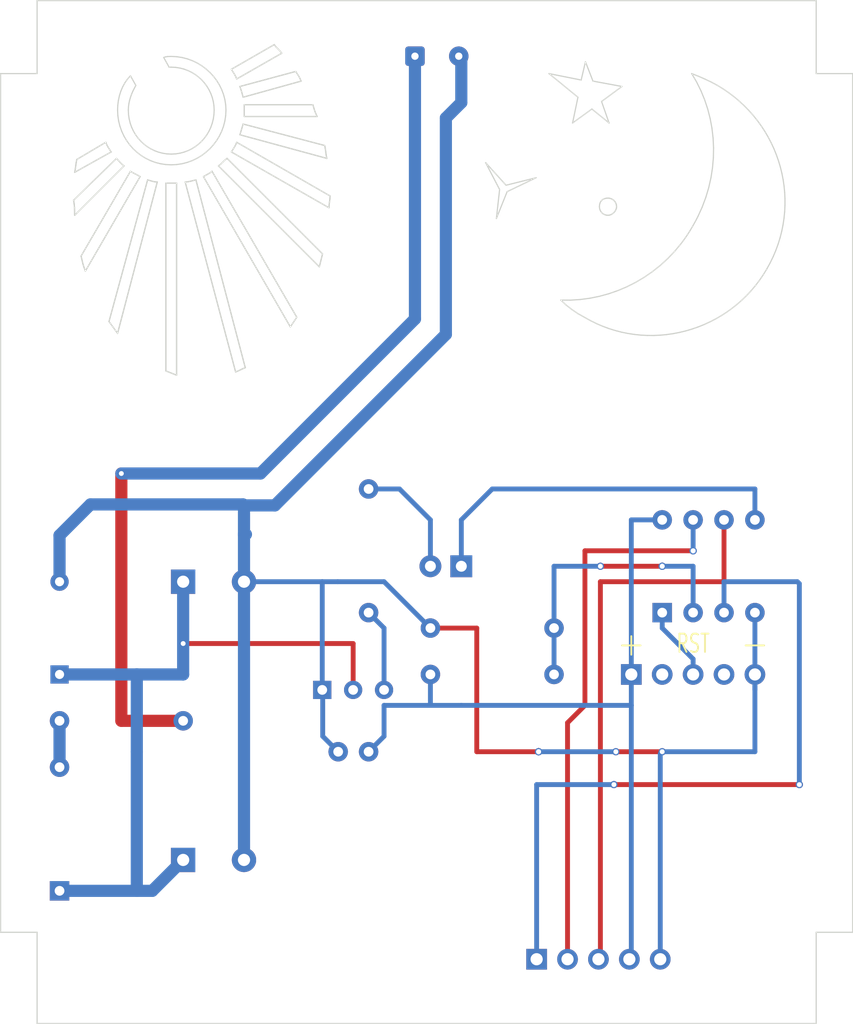
<source format=kicad_pcb>
(kicad_pcb (version 20171130) (host pcbnew "(5.1.9-0-10_14)")

  (general
    (thickness 1.6)
    (drawings 539)
    (tracks 121)
    (zones 0)
    (modules 15)
    (nets 15)
  )

  (page A4)
  (layers
    (0 F.Cu signal)
    (31 B.Cu signal hide)
    (32 B.Adhes user)
    (33 F.Adhes user)
    (34 B.Paste user hide)
    (35 F.Paste user)
    (36 B.SilkS user hide)
    (37 F.SilkS user hide)
    (38 B.Mask user)
    (39 F.Mask user)
    (40 Dwgs.User user hide)
    (41 Cmts.User user)
    (42 Eco1.User user)
    (43 Eco2.User user)
    (44 Edge.Cuts user)
    (45 Margin user)
    (46 B.CrtYd user)
    (47 F.CrtYd user)
    (48 B.Fab user hide)
    (49 F.Fab user)
  )

  (setup
    (last_trace_width 1)
    (user_trace_width 0.2)
    (user_trace_width 0.4)
    (user_trace_width 1)
    (trace_clearance 0.2)
    (zone_clearance 0.508)
    (zone_45_only no)
    (trace_min 0.2)
    (via_size 0.6)
    (via_drill 0.4)
    (via_min_size 0.4)
    (via_min_drill 0.3)
    (uvia_size 0.3)
    (uvia_drill 0.1)
    (uvias_allowed no)
    (uvia_min_size 0.2)
    (uvia_min_drill 0.1)
    (edge_width 0.15)
    (segment_width 0.2)
    (pcb_text_width 0.3)
    (pcb_text_size 1.5 1.5)
    (mod_edge_width 0.15)
    (mod_text_size 1 1)
    (mod_text_width 0.15)
    (pad_size 1.524 1.524)
    (pad_drill 0.762)
    (pad_to_mask_clearance 0.2)
    (aux_axis_origin 0 0)
    (visible_elements FFFFFF7F)
    (pcbplotparams
      (layerselection 0x010f0_80000001)
      (usegerberextensions false)
      (usegerberattributes true)
      (usegerberadvancedattributes true)
      (creategerberjobfile true)
      (excludeedgelayer true)
      (linewidth 0.100000)
      (plotframeref false)
      (viasonmask false)
      (mode 1)
      (useauxorigin false)
      (hpglpennumber 1)
      (hpglpenspeed 20)
      (hpglpendiameter 15.000000)
      (psnegative false)
      (psa4output false)
      (plotreference true)
      (plotvalue true)
      (plotinvisibletext false)
      (padsonsilk false)
      (subtractmaskfromsilk false)
      (outputformat 1)
      (mirror false)
      (drillshape 1)
      (scaleselection 1)
      (outputdirectory "gerbers/"))
  )

  (net 0 "")
  (net 1 "Net-(C2-Pad2)")
  (net 2 "Net-(C2-Pad1)")
  (net 3 "Net-(CS1-Pad1)")
  (net 4 "Net-(D1-Pad2)")
  (net 5 "Net-(D3-Pad2)")
  (net 6 "Net-(D3-Pad1)")
  (net 7 "Net-(J1-Pad4)")
  (net 8 "Net-(J1-Pad3)")
  (net 9 "Net-(J1-Pad2)")
  (net 10 "Net-(LCD1-Pad3)")
  (net 11 "Net-(LCD1-Pad2)")
  (net 12 "Net-(LCD1-Pad1)")
  (net 13 "Net-(R1-Pad1)")
  (net 14 "Net-(R2-Pad2)")

  (net_class Default "This is the default net class."
    (clearance 0.2)
    (trace_width 0.25)
    (via_dia 0.6)
    (via_drill 0.4)
    (uvia_dia 0.3)
    (uvia_drill 0.1)
    (add_net "Net-(C2-Pad1)")
    (add_net "Net-(C2-Pad2)")
    (add_net "Net-(CS1-Pad1)")
    (add_net "Net-(D1-Pad2)")
    (add_net "Net-(D3-Pad1)")
    (add_net "Net-(D3-Pad2)")
    (add_net "Net-(J1-Pad2)")
    (add_net "Net-(J1-Pad3)")
    (add_net "Net-(J1-Pad4)")
    (add_net "Net-(LCD1-Pad1)")
    (add_net "Net-(LCD1-Pad2)")
    (add_net "Net-(LCD1-Pad3)")
    (add_net "Net-(R1-Pad1)")
    (add_net "Net-(R2-Pad2)")
  )

  (module Package_TO_SOT_THT:TO-92_Inline_Wide (layer F.Cu) (tedit 62D09874) (tstamp 62D08A40)
    (at 92.71 86.36)
    (descr "TO-92 leads in-line, wide, drill 0.75mm (see NXP sot054_po.pdf)")
    (tags "to-92 sc-43 sc-43a sot54 PA33 transistor")
    (path /62AF9A6C)
    (fp_text reference U1 (at 1.27 -3.56) (layer F.Fab)
      (effects (font (size 1 1) (thickness 0.15)))
    )
    (fp_text value MCP1700-3302E (at 1.27 2.79) (layer F.Fab)
      (effects (font (size 1 1) (thickness 0.15)))
    )
    (fp_arc (start 2.54 0) (end 2.54 -2.48) (angle -135) (layer F.Fab) (width 0.1))
    (fp_arc (start 2.54 0) (end 2.54 -2.48) (angle 135) (layer F.Fab) (width 0.1))
    (fp_text user %R (at 1.27 0) (layer F.Fab)
      (effects (font (size 1 1) (thickness 0.15)))
    )
    (fp_line (start 0.8 1.75) (end 4.3 1.75) (layer F.Fab) (width 0.1))
    (fp_line (start -1.01 -2.73) (end 6.09 -2.73) (layer F.CrtYd) (width 0.05))
    (fp_line (start -1.01 -2.73) (end -1.01 2.01) (layer F.CrtYd) (width 0.05))
    (fp_line (start 6.09 2.01) (end 6.09 -2.73) (layer F.CrtYd) (width 0.05))
    (fp_line (start 6.09 2.01) (end -1.01 2.01) (layer F.CrtYd) (width 0.05))
    (pad 1 thru_hole rect (at 0 0) (size 1.5 1.5) (drill 0.8) (layers *.Cu *.Mask)
      (net 1 "Net-(C2-Pad2)"))
    (pad 3 thru_hole circle (at 5.08 0) (size 1.5 1.5) (drill 0.8) (layers *.Cu *.Mask)
      (net 2 "Net-(C2-Pad1)"))
    (pad 2 thru_hole circle (at 2.54 0) (size 1.5 1.5) (drill 0.8) (layers *.Cu *.Mask)
      (net 3 "Net-(CS1-Pad1)"))
    (model ${KISYS3DMOD}/Package_TO_SOT_THT.3dshapes/TO-92_Inline_Wide.wrl
      (at (xyz 0 0 0))
      (scale (xyz 1 1 1))
      (rotate (xyz 0 0 0))
    )
  )

  (module Display_7Segment:LCD_SPI (layer F.Cu) (tedit 62D07D52) (tstamp 62D089C1)
    (at 100.33 110.49 90)
    (descr "Through hole angled pin header, 1x05, 2.54mm pitch, 6mm pin length, single row")
    (tags "Through hole angled pin header THT 1x05 2.54mm single row")
    (path /62A78604)
    (fp_text reference LCD1 (at 20 4) (layer F.SilkS) hide
      (effects (font (size 1 1) (thickness 0.15)))
    )
    (fp_text value HT1621 (at 17.385 28.43 90) (layer F.Fab) hide
      (effects (font (size 1 1) (thickness 0.15)))
    )
    (fp_text user %R (at 20 14) (layer F.Fab) hide
      (effects (font (size 1 1) (thickness 0.15)))
    )
    (fp_line (start 22 30) (end 0 30) (layer F.CrtYd) (width 0.12))
    (fp_line (start 0 30) (end 0 0) (layer F.CrtYd) (width 0.12))
    (pad 5 thru_hole oval (at 2 20.16 90) (size 1.7 1.7) (drill 1) (layers *.Cu *.Mask)
      (net 1 "Net-(C2-Pad2)"))
    (pad 4 thru_hole oval (at 2 17.62 90) (size 1.7 1.7) (drill 1) (layers *.Cu *.Mask)
      (net 2 "Net-(C2-Pad1)"))
    (pad 3 thru_hole oval (at 2 15.08 90) (size 1.7 1.7) (drill 1) (layers *.Cu *.Mask)
      (net 10 "Net-(LCD1-Pad3)"))
    (pad 2 thru_hole oval (at 2 12.54 90) (size 1.7 1.7) (drill 1) (layers *.Cu *.Mask)
      (net 11 "Net-(LCD1-Pad2)"))
    (pad 1 thru_hole rect (at 2 10 90) (size 1.7 1.7) (drill 1) (layers *.Cu *.Mask)
      (net 12 "Net-(LCD1-Pad1)"))
    (model ${KISYS3DMOD}/Connector_PinHeader_2.54mm.3dshapes/PinHeader_1x05_P2.54mm_Horizontal.wrl
      (at (xyz 0 0 0))
      (scale (xyz 1 1 1))
      (rotate (xyz 0 0 0))
    )
  )

  (module Connector_PinHeader_2.54mm:PinHeader_1x05_P2.54mm_Vertical (layer F.Cu) (tedit 62D0801A) (tstamp 62D089AB)
    (at 118.11 85.09 90)
    (descr "Through hole straight pin header, 1x05, 2.54mm pitch, single row")
    (tags "Through hole pin header THT 1x05 2.54mm single row")
    (path /62D16CCC)
    (fp_text reference J1 (at 0 -2.33 90) (layer F.Fab)
      (effects (font (size 1 1) (thickness 0.15)))
    )
    (fp_text value "Pin header" (at 0 12.49 90) (layer F.Fab)
      (effects (font (size 1 1) (thickness 0.15)))
    )
    (fp_text user %R (at 0 5.08 180) (layer F.Fab)
      (effects (font (size 1 1) (thickness 0.15)))
    )
    (fp_line (start -0.635 -1.27) (end 1.27 -1.27) (layer F.Fab) (width 0.1))
    (fp_line (start 1.27 -1.27) (end 1.27 11.43) (layer F.Fab) (width 0.1))
    (fp_line (start 1.27 11.43) (end -1.27 11.43) (layer F.Fab) (width 0.1))
    (fp_line (start -1.27 11.43) (end -1.27 -0.635) (layer F.Fab) (width 0.1))
    (fp_line (start -1.27 -0.635) (end -0.635 -1.27) (layer F.Fab) (width 0.1))
    (fp_line (start -1.8 -1.8) (end -1.8 11.95) (layer F.CrtYd) (width 0.05))
    (fp_line (start -1.8 11.95) (end 1.8 11.95) (layer F.CrtYd) (width 0.05))
    (fp_line (start 1.8 11.95) (end 1.8 -1.8) (layer F.CrtYd) (width 0.05))
    (fp_line (start 1.8 -1.8) (end -1.8 -1.8) (layer F.CrtYd) (width 0.05))
    (pad 5 thru_hole oval (at 0 10.16 90) (size 1.7 1.7) (drill 1) (layers *.Cu *.Mask)
      (net 1 "Net-(C2-Pad2)"))
    (pad 4 thru_hole oval (at 0 7.62 90) (size 1.7 1.7) (drill 1) (layers *.Cu *.Mask)
      (net 7 "Net-(J1-Pad4)"))
    (pad 3 thru_hole oval (at 0 5.08 90) (size 1.7 1.7) (drill 1) (layers *.Cu *.Mask)
      (net 8 "Net-(J1-Pad3)"))
    (pad 2 thru_hole oval (at 0 2.54 90) (size 1.7 1.7) (drill 1) (layers *.Cu *.Mask)
      (net 9 "Net-(J1-Pad2)"))
    (pad 1 thru_hole rect (at 0 0 90) (size 1.7 1.7) (drill 1) (layers *.Cu *.Mask)
      (net 2 "Net-(C2-Pad1)"))
    (model ${KISYS3DMOD}/Connector_PinHeader_2.54mm.3dshapes/PinHeader_1x05_P2.54mm_Vertical.wrl
      (at (xyz 0 0 0))
      (scale (xyz 1 1 1))
      (rotate (xyz 0 0 0))
    )
  )

  (module Package_DIP:DIP-8_W7.62mm (layer F.Cu) (tedit 62D07FF0) (tstamp 62D08A5C)
    (at 120.65 80.01 90)
    (descr "8-lead though-hole mounted DIP package, row spacing 7.62 mm (300 mils)")
    (tags "THT DIP DIL PDIP 2.54mm 7.62mm 300mil")
    (path /62A64AD0)
    (fp_text reference U3 (at 3.81 -2.33 90) (layer F.Fab)
      (effects (font (size 1 1) (thickness 0.15)))
    )
    (fp_text value ATtiny85 (at 3.81 9.95 90) (layer F.Fab)
      (effects (font (size 1 1) (thickness 0.15)))
    )
    (fp_text user %R (at 3.81 3.81 90) (layer F.Fab)
      (effects (font (size 1 1) (thickness 0.15)))
    )
    (fp_line (start 1.635 -1.27) (end 6.985 -1.27) (layer F.Fab) (width 0.1))
    (fp_line (start 6.985 -1.27) (end 6.985 8.89) (layer F.Fab) (width 0.1))
    (fp_line (start 6.985 8.89) (end 0.635 8.89) (layer F.Fab) (width 0.1))
    (fp_line (start 0.635 8.89) (end 0.635 -0.27) (layer F.Fab) (width 0.1))
    (fp_line (start 0.635 -0.27) (end 1.635 -1.27) (layer F.Fab) (width 0.1))
    (fp_line (start -1.1 -1.55) (end -1.1 9.15) (layer F.CrtYd) (width 0.05))
    (fp_line (start -1.1 9.15) (end 8.7 9.15) (layer F.CrtYd) (width 0.05))
    (fp_line (start 8.7 9.15) (end 8.7 -1.55) (layer F.CrtYd) (width 0.05))
    (fp_line (start 8.7 -1.55) (end -1.1 -1.55) (layer F.CrtYd) (width 0.05))
    (pad 8 thru_hole oval (at 7.62 0 90) (size 1.6 1.6) (drill 0.8) (layers *.Cu *.Mask)
      (net 2 "Net-(C2-Pad1)"))
    (pad 4 thru_hole oval (at 0 7.62 90) (size 1.6 1.6) (drill 0.8) (layers *.Cu *.Mask)
      (net 1 "Net-(C2-Pad2)"))
    (pad 7 thru_hole oval (at 7.62 2.54 90) (size 1.6 1.6) (drill 0.8) (layers *.Cu *.Mask)
      (net 11 "Net-(LCD1-Pad2)"))
    (pad 3 thru_hole oval (at 0 5.08 90) (size 1.6 1.6) (drill 0.8) (layers *.Cu *.Mask)
      (net 12 "Net-(LCD1-Pad1)"))
    (pad 6 thru_hole oval (at 7.62 5.08 90) (size 1.6 1.6) (drill 0.8) (layers *.Cu *.Mask)
      (net 10 "Net-(LCD1-Pad3)"))
    (pad 2 thru_hole oval (at 0 2.54 90) (size 1.6 1.6) (drill 0.8) (layers *.Cu *.Mask)
      (net 14 "Net-(R2-Pad2)"))
    (pad 5 thru_hole oval (at 7.62 7.62 90) (size 1.6 1.6) (drill 0.8) (layers *.Cu *.Mask)
      (net 6 "Net-(D3-Pad1)"))
    (pad 1 thru_hole rect (at 0 0 90) (size 1.6 1.6) (drill 0.8) (layers *.Cu *.Mask)
      (net 8 "Net-(J1-Pad3)"))
    (model ${KISYS3DMOD}/Package_DIP.3dshapes/DIP-8_W7.62mm.wrl
      (at (xyz 0 0 0))
      (scale (xyz 1 1 1))
      (rotate (xyz 0 0 0))
    )
  )

  (module Resistor_THT:R_Axial_DIN0207_L6.3mm_D2.5mm_P10.16mm_Horizontal (layer F.Cu) (tedit 62D07FCC) (tstamp 62D089EF)
    (at 101.6 85.09)
    (descr "Resistor, Axial_DIN0207 series, Axial, Horizontal, pin pitch=10.16mm, 0.25W = 1/4W, length*diameter=6.3*2.5mm^2, http://cdn-reichelt.de/documents/datenblatt/B400/1_4W%23YAG.pdf")
    (tags "Resistor Axial_DIN0207 series Axial Horizontal pin pitch 10.16mm 0.25W = 1/4W length 6.3mm diameter 2.5mm")
    (path /62B0AC42)
    (fp_text reference R2 (at 5.08 -2.37) (layer F.Fab)
      (effects (font (size 1 1) (thickness 0.15)))
    )
    (fp_text value 1M (at 5.08 2.37) (layer F.Fab)
      (effects (font (size 1 1) (thickness 0.15)))
    )
    (fp_text user %R (at 5.08 0) (layer F.Fab)
      (effects (font (size 1 1) (thickness 0.15)))
    )
    (fp_line (start 1.93 -1.25) (end 1.93 1.25) (layer F.Fab) (width 0.1))
    (fp_line (start 1.93 1.25) (end 8.23 1.25) (layer F.Fab) (width 0.1))
    (fp_line (start 8.23 1.25) (end 8.23 -1.25) (layer F.Fab) (width 0.1))
    (fp_line (start 8.23 -1.25) (end 1.93 -1.25) (layer F.Fab) (width 0.1))
    (fp_line (start 0 0) (end 1.93 0) (layer F.Fab) (width 0.1))
    (fp_line (start 10.16 0) (end 8.23 0) (layer F.Fab) (width 0.1))
    (fp_line (start -1.05 -1.5) (end -1.05 1.5) (layer F.CrtYd) (width 0.05))
    (fp_line (start -1.05 1.5) (end 11.21 1.5) (layer F.CrtYd) (width 0.05))
    (fp_line (start 11.21 1.5) (end 11.21 -1.5) (layer F.CrtYd) (width 0.05))
    (fp_line (start 11.21 -1.5) (end -1.05 -1.5) (layer F.CrtYd) (width 0.05))
    (pad 2 thru_hole oval (at 10.16 0) (size 1.6 1.6) (drill 0.8) (layers *.Cu *.Mask)
      (net 14 "Net-(R2-Pad2)"))
    (pad 1 thru_hole circle (at 0 0) (size 1.6 1.6) (drill 0.8) (layers *.Cu *.Mask)
      (net 2 "Net-(C2-Pad1)"))
    (model ${KISYS3DMOD}/Resistor_THT.3dshapes/R_Axial_DIN0207_L6.3mm_D2.5mm_P10.16mm_Horizontal.wrl
      (at (xyz 0 0 0))
      (scale (xyz 1 1 1))
      (rotate (xyz 0 0 0))
    )
  )

  (module Resistor_THT:R_Axial_DIN0207_L6.3mm_D2.5mm_P10.16mm_Horizontal (layer F.Cu) (tedit 62D07F98) (tstamp 62D08A06)
    (at 111.76 81.28 180)
    (descr "Resistor, Axial_DIN0207 series, Axial, Horizontal, pin pitch=10.16mm, 0.25W = 1/4W, length*diameter=6.3*2.5mm^2, http://cdn-reichelt.de/documents/datenblatt/B400/1_4W%23YAG.pdf")
    (tags "Resistor Axial_DIN0207 series Axial Horizontal pin pitch 10.16mm 0.25W = 1/4W length 6.3mm diameter 2.5mm")
    (path /62B0C047)
    (fp_text reference R3 (at 5.08 -2.37 180) (layer F.Fab)
      (effects (font (size 1 1) (thickness 0.15)))
    )
    (fp_text value 100k (at 5.08 2.37 180) (layer F.Fab)
      (effects (font (size 1 1) (thickness 0.15)))
    )
    (fp_text user %R (at 5.08 0 180) (layer F.Fab)
      (effects (font (size 1 1) (thickness 0.15)))
    )
    (fp_line (start 1.93 -1.25) (end 1.93 1.25) (layer F.Fab) (width 0.1))
    (fp_line (start 1.93 1.25) (end 8.23 1.25) (layer F.Fab) (width 0.1))
    (fp_line (start 8.23 1.25) (end 8.23 -1.25) (layer F.Fab) (width 0.1))
    (fp_line (start 8.23 -1.25) (end 1.93 -1.25) (layer F.Fab) (width 0.1))
    (fp_line (start 0 0) (end 1.93 0) (layer F.Fab) (width 0.1))
    (fp_line (start 10.16 0) (end 8.23 0) (layer F.Fab) (width 0.1))
    (fp_line (start -1.05 -1.5) (end -1.05 1.5) (layer F.CrtYd) (width 0.05))
    (fp_line (start -1.05 1.5) (end 11.21 1.5) (layer F.CrtYd) (width 0.05))
    (fp_line (start 11.21 1.5) (end 11.21 -1.5) (layer F.CrtYd) (width 0.05))
    (fp_line (start 11.21 -1.5) (end -1.05 -1.5) (layer F.CrtYd) (width 0.05))
    (pad 2 thru_hole oval (at 10.16 0 180) (size 1.6 1.6) (drill 0.8) (layers *.Cu *.Mask)
      (net 1 "Net-(C2-Pad2)"))
    (pad 1 thru_hole circle (at 0 0 180) (size 1.6 1.6) (drill 0.8) (layers *.Cu *.Mask)
      (net 14 "Net-(R2-Pad2)"))
    (model ${KISYS3DMOD}/Resistor_THT.3dshapes/R_Axial_DIN0207_L6.3mm_D2.5mm_P10.16mm_Horizontal.wrl
      (at (xyz 0 0 0))
      (scale (xyz 1 1 1))
      (rotate (xyz 0 0 0))
    )
  )

  (module LED_THT:LED_D5.0mm (layer F.Cu) (tedit 62D07F63) (tstamp 62D08992)
    (at 104.14 76.2 180)
    (descr "LED, diameter 5.0mm, 2 pins, http://cdn-reichelt.de/documents/datenblatt/A500/LL-504BC2E-009.pdf")
    (tags "LED diameter 5.0mm 2 pins")
    (path /62B14898)
    (fp_text reference D3 (at 1.27 -3.96 180) (layer F.Fab)
      (effects (font (size 1 1) (thickness 0.15)))
    )
    (fp_text value LED (at 1.27 3.96 180) (layer F.Fab)
      (effects (font (size 1 1) (thickness 0.15)))
    )
    (fp_text user %R (at 1.25 0 180) (layer F.Fab)
      (effects (font (size 0.8 0.8) (thickness 0.2)))
    )
    (fp_arc (start 1.27 0) (end -1.23 -1.469694) (angle 299.1) (layer F.Fab) (width 0.1))
    (fp_circle (center 1.27 0) (end 3.77 0) (layer F.Fab) (width 0.1))
    (fp_line (start -1.23 -1.469694) (end -1.23 1.469694) (layer F.Fab) (width 0.1))
    (fp_line (start -1.95 -3.25) (end -1.95 3.25) (layer F.CrtYd) (width 0.05))
    (fp_line (start -1.95 3.25) (end 4.5 3.25) (layer F.CrtYd) (width 0.05))
    (fp_line (start 4.5 3.25) (end 4.5 -3.25) (layer F.CrtYd) (width 0.05))
    (fp_line (start 4.5 -3.25) (end -1.95 -3.25) (layer F.CrtYd) (width 0.05))
    (pad 2 thru_hole circle (at 2.54 0 180) (size 1.8 1.8) (drill 0.9) (layers *.Cu *.Mask)
      (net 5 "Net-(D3-Pad2)"))
    (pad 1 thru_hole rect (at 0 0 180) (size 1.8 1.8) (drill 0.9) (layers *.Cu *.Mask)
      (net 6 "Net-(D3-Pad1)"))
    (model ${KISYS3DMOD}/LED_THT.3dshapes/LED_D5.0mm.wrl
      (at (xyz 0 0 0))
      (scale (xyz 1 1 1))
      (rotate (xyz 0 0 0))
    )
  )

  (module Capacitor_THT:CP_Radial_D20.0mm_P5.00mm (layer F.Cu) (tedit 62D07F31) (tstamp 62D08934)
    (at 81.28 100.33)
    (descr "CP, Radial series, Radial, pin pitch=5.00mm, , diameter=10mm, Electrolytic Capacitor")
    (tags "CP Radial series Radial pin pitch 5.00mm  diameter 10mm Electrolytic Capacitor")
    (path /62A6F382)
    (fp_text reference CS1 (at 2.54 -7.62) (layer F.Fab)
      (effects (font (size 1 1) (thickness 0.15)))
    )
    (fp_text value 1.5F (at 2.5 6.25) (layer F.Fab)
      (effects (font (size 1 1) (thickness 0.15)))
    )
    (fp_text user %R (at 2.5 0) (layer F.Fab)
      (effects (font (size 1 1) (thickness 0.15)))
    )
    (fp_circle (center 2.5 0) (end 7.5 0) (layer F.Fab) (width 0.1))
    (fp_circle (center 2.5 0) (end 12.4 0) (layer F.CrtYd) (width 0.05))
    (fp_line (start -1.788861 -2.1875) (end -0.788861 -2.1875) (layer F.Fab) (width 0.1))
    (fp_line (start -1.288861 -2.6875) (end -1.288861 -1.6875) (layer F.Fab) (width 0.1))
    (pad 2 thru_hole circle (at 5 0) (size 2 2) (drill 1) (layers *.Cu *.Mask)
      (net 1 "Net-(C2-Pad2)"))
    (pad 1 thru_hole rect (at 0 0) (size 2 2) (drill 1) (layers *.Cu *.Mask)
      (net 3 "Net-(CS1-Pad1)"))
    (model ${KISYS3DMOD}/Capacitor_THT.3dshapes/CP_Radial_D10.0mm_P5.00mm.wrl
      (at (xyz 0 0 0))
      (scale (xyz 1 1 1))
      (rotate (xyz 0 0 0))
    )
  )

  (module Capacitor_THT:CP_Radial_D20.0mm_P5.00mm (layer F.Cu) (tedit 62D07F25) (tstamp 62D08942)
    (at 81.28 77.47)
    (descr "CP, Radial series, Radial, pin pitch=5.00mm, , diameter=10mm, Electrolytic Capacitor")
    (tags "CP Radial series Radial pin pitch 5.00mm  diameter 10mm Electrolytic Capacitor")
    (path /62CA1818)
    (fp_text reference CS2 (at 2.54 -7.62) (layer F.Fab)
      (effects (font (size 1 1) (thickness 0.15)))
    )
    (fp_text value 1.5F (at 2.5 6.25) (layer F.Fab)
      (effects (font (size 1 1) (thickness 0.15)))
    )
    (fp_text user %R (at 2.5 0) (layer F.Fab)
      (effects (font (size 1 1) (thickness 0.15)))
    )
    (fp_circle (center 2.5 0) (end 7.5 0) (layer F.Fab) (width 0.1))
    (fp_circle (center 2.5 0) (end 12.4 0) (layer F.CrtYd) (width 0.05))
    (fp_line (start -1.788861 -2.1875) (end -0.788861 -2.1875) (layer F.Fab) (width 0.1))
    (fp_line (start -1.288861 -2.6875) (end -1.288861 -1.6875) (layer F.Fab) (width 0.1))
    (pad 2 thru_hole circle (at 5 0) (size 2 2) (drill 1) (layers *.Cu *.Mask)
      (net 1 "Net-(C2-Pad2)"))
    (pad 1 thru_hole rect (at 0 0) (size 2 2) (drill 1) (layers *.Cu *.Mask)
      (net 3 "Net-(CS1-Pad1)"))
    (model ${KISYS3DMOD}/Capacitor_THT.3dshapes/CP_Radial_D10.0mm_P5.00mm.wrl
      (at (xyz 0 0 0))
      (scale (xyz 1 1 1))
      (rotate (xyz 0 0 0))
    )
  )

  (module Resistor_THT:R_Axial_DIN0207_L6.3mm_D2.5mm_P10.16mm_Horizontal (layer F.Cu) (tedit 62D07F04) (tstamp 62D08A1D)
    (at 96.52 80.01 90)
    (descr "Resistor, Axial_DIN0207 series, Axial, Horizontal, pin pitch=10.16mm, 0.25W = 1/4W, length*diameter=6.3*2.5mm^2, http://cdn-reichelt.de/documents/datenblatt/B400/1_4W%23YAG.pdf")
    (tags "Resistor Axial_DIN0207 series Axial Horizontal pin pitch 10.16mm 0.25W = 1/4W length 6.3mm diameter 2.5mm")
    (path /62B13E26)
    (fp_text reference R4 (at 5.08 -2.37 90) (layer F.Fab)
      (effects (font (size 1 1) (thickness 0.15)))
    )
    (fp_text value 330 (at 5.08 2.37 90) (layer F.Fab)
      (effects (font (size 1 1) (thickness 0.15)))
    )
    (fp_text user %R (at 5.08 0 90) (layer F.Fab)
      (effects (font (size 1 1) (thickness 0.15)))
    )
    (fp_line (start 1.93 -1.25) (end 1.93 1.25) (layer F.Fab) (width 0.1))
    (fp_line (start 1.93 1.25) (end 8.23 1.25) (layer F.Fab) (width 0.1))
    (fp_line (start 8.23 1.25) (end 8.23 -1.25) (layer F.Fab) (width 0.1))
    (fp_line (start 8.23 -1.25) (end 1.93 -1.25) (layer F.Fab) (width 0.1))
    (fp_line (start 0 0) (end 1.93 0) (layer F.Fab) (width 0.1))
    (fp_line (start 10.16 0) (end 8.23 0) (layer F.Fab) (width 0.1))
    (fp_line (start -1.05 -1.5) (end -1.05 1.5) (layer F.CrtYd) (width 0.05))
    (fp_line (start -1.05 1.5) (end 11.21 1.5) (layer F.CrtYd) (width 0.05))
    (fp_line (start 11.21 1.5) (end 11.21 -1.5) (layer F.CrtYd) (width 0.05))
    (fp_line (start 11.21 -1.5) (end -1.05 -1.5) (layer F.CrtYd) (width 0.05))
    (pad 2 thru_hole oval (at 10.16 0 90) (size 1.6 1.6) (drill 0.8) (layers *.Cu *.Mask)
      (net 5 "Net-(D3-Pad2)"))
    (pad 1 thru_hole circle (at 0 0 90) (size 1.6 1.6) (drill 0.8) (layers *.Cu *.Mask)
      (net 2 "Net-(C2-Pad1)"))
    (model ${KISYS3DMOD}/Resistor_THT.3dshapes/R_Axial_DIN0207_L6.3mm_D2.5mm_P10.16mm_Horizontal.wrl
      (at (xyz 0 0 0))
      (scale (xyz 1 1 1))
      (rotate (xyz 0 0 0))
    )
  )

  (module Capacitor_THT:C_Rect_L4.0mm_W2.5mm_P2.50mm (layer F.Cu) (tedit 62D07E87) (tstamp 62D08926)
    (at 96.52 91.44 180)
    (descr "C, Rect series, Radial, pin pitch=2.50mm, , length*width=4*2.5mm^2, Capacitor")
    (tags "C Rect series Radial pin pitch 2.50mm  length 4mm width 2.5mm Capacitor")
    (path /62B08E4B)
    (fp_text reference C2 (at 1.25 -2.5 180) (layer F.Fab)
      (effects (font (size 1 1) (thickness 0.15)))
    )
    (fp_text value 1uF (at 1.25 2.5 180) (layer F.Fab)
      (effects (font (size 1 1) (thickness 0.15)))
    )
    (fp_text user %R (at 1.25 0 180) (layer F.Fab)
      (effects (font (size 0.8 0.8) (thickness 0.12)))
    )
    (fp_line (start -0.75 -1.25) (end -0.75 1.25) (layer F.Fab) (width 0.1))
    (fp_line (start -0.75 1.25) (end 3.25 1.25) (layer F.Fab) (width 0.1))
    (fp_line (start 3.25 1.25) (end 3.25 -1.25) (layer F.Fab) (width 0.1))
    (fp_line (start 3.25 -1.25) (end -0.75 -1.25) (layer F.Fab) (width 0.1))
    (fp_line (start -1.05 -1.5) (end -1.05 1.5) (layer F.CrtYd) (width 0.05))
    (fp_line (start -1.05 1.5) (end 3.55 1.5) (layer F.CrtYd) (width 0.05))
    (fp_line (start 3.55 1.5) (end 3.55 -1.5) (layer F.CrtYd) (width 0.05))
    (fp_line (start 3.55 -1.5) (end -1.05 -1.5) (layer F.CrtYd) (width 0.05))
    (pad 2 thru_hole circle (at 2.5 0 180) (size 1.6 1.6) (drill 0.8) (layers *.Cu *.Mask)
      (net 1 "Net-(C2-Pad2)"))
    (pad 1 thru_hole circle (at 0 0 180) (size 1.6 1.6) (drill 0.8) (layers *.Cu *.Mask)
      (net 2 "Net-(C2-Pad1)"))
    (model ${KISYS3DMOD}/Capacitor_THT.3dshapes/C_Rect_L4.0mm_W2.5mm_P2.50mm.wrl
      (at (xyz 0 0 0))
      (scale (xyz 1 1 1))
      (rotate (xyz 0 0 0))
    )
  )

  (module Diode_THT:D_DO-35_SOD27_P10.16mm_Horizontal (layer F.Cu) (tedit 62D07E07) (tstamp 62D08961)
    (at 71.12 102.87 90)
    (descr "Diode, DO-35_SOD27 series, Axial, Horizontal, pin pitch=10.16mm, , length*diameter=4*2mm^2, , http://www.diodes.com/_files/packages/DO-35.pdf")
    (tags "Diode DO-35_SOD27 series Axial Horizontal pin pitch 10.16mm  length 4mm diameter 2mm")
    (path /62A696C5)
    (fp_text reference D1 (at 5.08 -2.12 90) (layer F.Fab)
      (effects (font (size 1 1) (thickness 0.15)))
    )
    (fp_text value 1N60 (at 5.08 2.12 90) (layer F.Fab)
      (effects (font (size 1 1) (thickness 0.15)))
    )
    (fp_text user K (at 0 -1.8 90) (layer F.SilkS) hide
      (effects (font (size 1 1) (thickness 0.15)))
    )
    (fp_text user K (at 0 -1.8 90) (layer F.Fab)
      (effects (font (size 1 1) (thickness 0.15)))
    )
    (fp_text user %R (at 5.38 0 90) (layer F.Fab)
      (effects (font (size 0.8 0.8) (thickness 0.12)))
    )
    (fp_line (start 3.08 -1) (end 3.08 1) (layer F.Fab) (width 0.1))
    (fp_line (start 3.08 1) (end 7.08 1) (layer F.Fab) (width 0.1))
    (fp_line (start 7.08 1) (end 7.08 -1) (layer F.Fab) (width 0.1))
    (fp_line (start 7.08 -1) (end 3.08 -1) (layer F.Fab) (width 0.1))
    (fp_line (start 0 0) (end 3.08 0) (layer F.Fab) (width 0.1))
    (fp_line (start 10.16 0) (end 7.08 0) (layer F.Fab) (width 0.1))
    (fp_line (start 3.68 -1) (end 3.68 1) (layer F.Fab) (width 0.1))
    (fp_line (start 3.78 -1) (end 3.78 1) (layer F.Fab) (width 0.1))
    (fp_line (start 3.58 -1) (end 3.58 1) (layer F.Fab) (width 0.1))
    (fp_line (start -1.05 -1.25) (end -1.05 1.25) (layer F.CrtYd) (width 0.05))
    (fp_line (start -1.05 1.25) (end 11.21 1.25) (layer F.CrtYd) (width 0.05))
    (fp_line (start 11.21 1.25) (end 11.21 -1.25) (layer F.CrtYd) (width 0.05))
    (fp_line (start 11.21 -1.25) (end -1.05 -1.25) (layer F.CrtYd) (width 0.05))
    (pad 2 thru_hole oval (at 10.16 0 90) (size 1.6 1.6) (drill 0.8) (layers *.Cu *.Mask)
      (net 4 "Net-(D1-Pad2)"))
    (pad 1 thru_hole rect (at 0 0 90) (size 1.6 1.6) (drill 0.8) (layers *.Cu *.Mask)
      (net 3 "Net-(CS1-Pad1)"))
    (model ${KISYS3DMOD}/Diode_THT.3dshapes/D_DO-35_SOD27_P10.16mm_Horizontal.wrl
      (at (xyz 0 0 0))
      (scale (xyz 1 1 1))
      (rotate (xyz 0 0 0))
    )
  )

  (module Resistor_THT:R_Axial_DIN0207_L6.3mm_D2.5mm_P10.16mm_Horizontal (layer F.Cu) (tedit 62D07DDC) (tstamp 62D089D8)
    (at 81.28 88.9 180)
    (descr "Resistor, Axial_DIN0207 series, Axial, Horizontal, pin pitch=10.16mm, 0.25W = 1/4W, length*diameter=6.3*2.5mm^2, http://cdn-reichelt.de/documents/datenblatt/B400/1_4W%23YAG.pdf")
    (tags "Resistor Axial_DIN0207 series Axial Horizontal pin pitch 10.16mm 0.25W = 1/4W length 6.3mm diameter 2.5mm")
    (path /62C59C10)
    (fp_text reference R1 (at 5.08 -2.37 180) (layer F.Fab)
      (effects (font (size 1 1) (thickness 0.15)))
    )
    (fp_text value 59 (at 5.08 2.37 180) (layer F.Fab)
      (effects (font (size 1 1) (thickness 0.15)))
    )
    (fp_text user %R (at 5.08 0 180) (layer F.Fab)
      (effects (font (size 1 1) (thickness 0.15)))
    )
    (fp_line (start 1.93 -1.25) (end 1.93 1.25) (layer F.Fab) (width 0.1))
    (fp_line (start 1.93 1.25) (end 8.23 1.25) (layer F.Fab) (width 0.1))
    (fp_line (start 8.23 1.25) (end 8.23 -1.25) (layer F.Fab) (width 0.1))
    (fp_line (start 8.23 -1.25) (end 1.93 -1.25) (layer F.Fab) (width 0.1))
    (fp_line (start 0 0) (end 1.93 0) (layer F.Fab) (width 0.1))
    (fp_line (start 10.16 0) (end 8.23 0) (layer F.Fab) (width 0.1))
    (fp_line (start -1.05 -1.5) (end -1.05 1.5) (layer F.CrtYd) (width 0.05))
    (fp_line (start -1.05 1.5) (end 11.21 1.5) (layer F.CrtYd) (width 0.05))
    (fp_line (start 11.21 1.5) (end 11.21 -1.5) (layer F.CrtYd) (width 0.05))
    (fp_line (start 11.21 -1.5) (end -1.05 -1.5) (layer F.CrtYd) (width 0.05))
    (pad 2 thru_hole oval (at 10.16 0 180) (size 1.6 1.6) (drill 0.8) (layers *.Cu *.Mask)
      (net 4 "Net-(D1-Pad2)"))
    (pad 1 thru_hole circle (at 0 0 180) (size 1.6 1.6) (drill 0.8) (layers *.Cu *.Mask)
      (net 13 "Net-(R1-Pad1)"))
    (model ${KISYS3DMOD}/Resistor_THT.3dshapes/R_Axial_DIN0207_L6.3mm_D2.5mm_P10.16mm_Horizontal.wrl
      (at (xyz 0 0 0))
      (scale (xyz 1 1 1))
      (rotate (xyz 0 0 0))
    )
  )

  (module Diode_THT:D_DO-34_SOD68_P7.62mm_Horizontal (layer F.Cu) (tedit 62D07DAB) (tstamp 62D08980)
    (at 71.12 85.09 90)
    (descr "Diode, DO-34_SOD68 series, Axial, Horizontal, pin pitch=7.62mm, , length*diameter=3.04*1.6mm^2, , https://www.nxp.com/docs/en/data-sheet/KTY83_SER.pdf")
    (tags "Diode DO-34_SOD68 series Axial Horizontal pin pitch 7.62mm  length 3.04mm diameter 1.6mm")
    (path /62A6BF92)
    (fp_text reference D2 (at 3.81 -1.92 90) (layer F.Fab)
      (effects (font (size 1 1) (thickness 0.15)))
    )
    (fp_text value Zener (at 3.81 1.92 90) (layer F.Fab)
      (effects (font (size 1 1) (thickness 0.15)))
    )
    (fp_text user K (at 0 -1.75 90) (layer F.Fab)
      (effects (font (size 1 1) (thickness 0.15)))
    )
    (fp_text user %R (at 4.038 0 90) (layer F.Fab)
      (effects (font (size 0.608 0.608) (thickness 0.0912)))
    )
    (fp_line (start 2.29 -0.8) (end 2.29 0.8) (layer F.Fab) (width 0.1))
    (fp_line (start 2.29 0.8) (end 5.33 0.8) (layer F.Fab) (width 0.1))
    (fp_line (start 5.33 0.8) (end 5.33 -0.8) (layer F.Fab) (width 0.1))
    (fp_line (start 5.33 -0.8) (end 2.29 -0.8) (layer F.Fab) (width 0.1))
    (fp_line (start 0 0) (end 2.29 0) (layer F.Fab) (width 0.1))
    (fp_line (start 7.62 0) (end 5.33 0) (layer F.Fab) (width 0.1))
    (fp_line (start 2.746 -0.8) (end 2.746 0.8) (layer F.Fab) (width 0.1))
    (fp_line (start 2.846 -0.8) (end 2.846 0.8) (layer F.Fab) (width 0.1))
    (fp_line (start 2.646 -0.8) (end 2.646 0.8) (layer F.Fab) (width 0.1))
    (fp_line (start -1 -1.05) (end -1 1.05) (layer F.CrtYd) (width 0.05))
    (fp_line (start -1 1.05) (end 8.63 1.05) (layer F.CrtYd) (width 0.05))
    (fp_line (start 8.63 1.05) (end 8.63 -1.05) (layer F.CrtYd) (width 0.05))
    (fp_line (start 8.63 -1.05) (end -1 -1.05) (layer F.CrtYd) (width 0.05))
    (pad 2 thru_hole oval (at 7.62 0 90) (size 1.5 1.5) (drill 0.75) (layers *.Cu *.Mask)
      (net 1 "Net-(C2-Pad2)"))
    (pad 1 thru_hole rect (at 0 0 90) (size 1.5 1.5) (drill 0.75) (layers *.Cu *.Mask)
      (net 3 "Net-(CS1-Pad1)"))
    (model ${KISYS3DMOD}/Diode_THT.3dshapes/D_DO-34_SOD68_P7.62mm_Horizontal.wrl
      (at (xyz 0 0 0))
      (scale (xyz 1 1 1))
      (rotate (xyz 0 0 0))
    )
  )

  (module Connector_Wire:SolderWire-0.1sqmm_1x02_P3.6mm_D0.4mm_OD1mm (layer F.Cu) (tedit 5EB70B42) (tstamp 62D08A2E)
    (at 100.33 34.29)
    (descr "Soldered wire connection, for 2 times 0.1 mm² wires, basic insulation, conductor diameter 0.4mm, outer diameter 1mm, size source Multi-Contact FLEXI-E 0.1 (https://ec.staubli.com/AcroFiles/Catalogues/TM_Cab-Main-11014119_(en)_hi.pdf), bend radius 3 times outer diameter, generated with kicad-footprint-generator")
    (tags "connector wire 0.1sqmm")
    (path /62A667FF)
    (attr virtual)
    (fp_text reference SC1 (at 1.8 -2) (layer F.SilkS) hide
      (effects (font (size 1 1) (thickness 0.15)))
    )
    (fp_text value Solar_Cell (at 1.8 2) (layer F.Fab)
      (effects (font (size 1 1) (thickness 0.15)))
    )
    (fp_text user %R (at 1.8 0 90) (layer F.Fab)
      (effects (font (size 0.65 0.65) (thickness 0.1)))
    )
    (fp_circle (center 0 0) (end 0.5 0) (layer F.Fab) (width 0.1))
    (fp_circle (center 3.6 0) (end 4.1 0) (layer F.Fab) (width 0.1))
    (fp_line (start -1.3 -1.3) (end -1.3 1.3) (layer F.CrtYd) (width 0.05))
    (fp_line (start -1.3 1.3) (end 1.3 1.3) (layer F.CrtYd) (width 0.05))
    (fp_line (start 1.3 1.3) (end 1.3 -1.3) (layer F.CrtYd) (width 0.05))
    (fp_line (start 1.3 -1.3) (end -1.3 -1.3) (layer F.CrtYd) (width 0.05))
    (fp_line (start 2.3 -1.3) (end 2.3 1.3) (layer F.CrtYd) (width 0.05))
    (fp_line (start 2.3 1.3) (end 4.9 1.3) (layer F.CrtYd) (width 0.05))
    (fp_line (start 4.9 1.3) (end 4.9 -1.3) (layer F.CrtYd) (width 0.05))
    (fp_line (start 4.9 -1.3) (end 2.3 -1.3) (layer F.CrtYd) (width 0.05))
    (pad 2 thru_hole circle (at 3.6 0) (size 1.6 1.6) (drill 0.6) (layers *.Cu *.Mask)
      (net 1 "Net-(C2-Pad2)"))
    (pad 1 thru_hole roundrect (at 0 0) (size 1.6 1.6) (drill 0.6) (layers *.Cu *.Mask) (roundrect_rratio 0.15625)
      (net 13 "Net-(R1-Pad1)"))
    (model ${KISYS3DMOD}/Connector_Wire.3dshapes/SolderWire-0.1sqmm_1x02_P3.6mm_D0.4mm_OD1mm.wrl
      (at (xyz 0 0 0))
      (scale (xyz 1 1 1))
      (rotate (xyz 0 0 0))
    )
  )

  (gr_text - (at 128.27 82.55) (layer F.SilkS) (tstamp 62D0A832)
    (effects (font (size 2 2) (thickness 0.15)))
  )
  (gr_text RST (at 123.19 82.55) (layer F.SilkS)
    (effects (font (size 1.5 1) (thickness 0.15)))
  )
  (gr_text + (at 118.11 82.55) (layer F.SilkS)
    (effects (font (size 2 2) (thickness 0.15)))
  )
  (gr_line (start 136.3031 35.72008) (end 136.3031 106.2756) (layer Edge.Cuts) (width 0.1))
  (gr_line (start 136.3031 106.2756) (end 133.3045 106.2756) (layer Edge.Cuts) (width 0.1))
  (gr_line (start 133.3045 106.2756) (end 133.3045 113.7722) (layer Edge.Cuts) (width 0.1))
  (gr_line (start 133.3045 113.7722) (end 69.27535 113.7722) (layer Edge.Cuts) (width 0.1))
  (gr_line (start 69.27535 113.7722) (end 69.27535 106.2756) (layer Edge.Cuts) (width 0.1))
  (gr_line (start 69.27535 106.2756) (end 66.27674 106.2756) (layer Edge.Cuts) (width 0.1))
  (gr_line (start 66.27674 106.2756) (end 66.27674 35.72008) (layer Edge.Cuts) (width 0.1))
  (gr_line (start 66.27674 35.72008) (end 69.27535 35.72008) (layer Edge.Cuts) (width 0.1))
  (gr_line (start 69.27535 35.72008) (end 69.27535 29.72286) (layer Edge.Cuts) (width 0.1))
  (gr_line (start 69.27535 29.72286) (end 133.3045 29.72286) (layer Edge.Cuts) (width 0.1))
  (gr_line (start 133.3045 29.72286) (end 133.3045 35.72008) (layer Edge.Cuts) (width 0.1))
  (gr_line (start 133.3045 35.72008) (end 136.3031 35.72008) (layer Edge.Cuts) (width 0.1))
  (gr_line (start 136.3031 35.72008) (end 136.3031 35.72008) (layer Edge.Cuts) (width 0.1))
  (gr_line (start 80.2997 44.7159) (end 80.7406 44.7159) (layer Edge.Cuts) (width 0.1))
  (gr_line (start 80.7406 44.7159) (end 80.7406 60.5027) (layer Edge.Cuts) (width 0.1))
  (gr_line (start 80.7406 60.5027) (end 80.2997 60.3263) (layer Edge.Cuts) (width 0.1))
  (gr_line (start 80.2997 60.3263) (end 79.8587 60.1499) (layer Edge.Cuts) (width 0.1))
  (gr_line (start 79.8587 60.1499) (end 79.8587 44.7159) (layer Edge.Cuts) (width 0.1))
  (gr_line (start 79.8587 44.7159) (end 80.2997 44.7159) (layer Edge.Cuts) (width 0.1))
  (gr_line (start 80.2997 44.7159) (end 80.2997 44.7159) (layer Edge.Cuts) (width 0.1))
  (gr_line (start 80.2997 44.7159) (end 80.2997 44.7159) (layer Edge.Cuts) (width 0.1))
  (gr_line (start 86.3851 59.8854) (end 86.1866 59.9653) (layer Edge.Cuts) (width 0.1))
  (gr_line (start 86.1866 59.9653) (end 85.9882 60.0617) (layer Edge.Cuts) (width 0.1))
  (gr_line (start 85.9882 60.0617) (end 85.7898 60.1582) (layer Edge.Cuts) (width 0.1))
  (gr_line (start 85.7898 60.1582) (end 85.5913 60.2381) (layer Edge.Cuts) (width 0.1))
  (gr_line (start 85.5913 60.2381) (end 81.4462 44.6277) (layer Edge.Cuts) (width 0.1))
  (gr_line (start 81.4462 44.6277) (end 81.646 44.6126) (layer Edge.Cuts) (width 0.1))
  (gr_line (start 81.646 44.6126) (end 81.8541 44.5726) (layer Edge.Cuts) (width 0.1))
  (gr_line (start 81.8541 44.5726) (end 82.3281 44.4513) (layer Edge.Cuts) (width 0.1))
  (gr_line (start 82.3281 44.4513) (end 86.3851 59.8854) (layer Edge.Cuts) (width 0.1))
  (gr_line (start 86.3851 59.8854) (end 86.3851 59.8854) (layer Edge.Cuts) (width 0.1))
  (gr_line (start 90.6184 55.7402) (end 90.0892 56.534) (layer Edge.Cuts) (width 0.1))
  (gr_line (start 90.0892 56.534) (end 82.9455 44.1867) (layer Edge.Cuts) (width 0.1))
  (gr_line (start 82.9455 44.1867) (end 83.1425 44.0682) (layer Edge.Cuts) (width 0.1))
  (gr_line (start 83.1425 44.0682) (end 83.3313 43.9663) (layer Edge.Cuts) (width 0.1))
  (gr_line (start 83.3313 43.9663) (end 83.5036 43.8643) (layer Edge.Cuts) (width 0.1))
  (gr_line (start 83.5036 43.8643) (end 83.651 43.7458) (layer Edge.Cuts) (width 0.1))
  (gr_line (start 83.651 43.7458) (end 90.6184 55.7402) (layer Edge.Cuts) (width 0.1))
  (gr_line (start 90.6184 55.7402) (end 90.6184 55.7402) (layer Edge.Cuts) (width 0.1))
  (gr_line (start 92.7351 50.5367) (end 92.4705 51.5951) (layer Edge.Cuts) (width 0.1))
  (gr_line (start 92.4705 51.5951) (end 84.1802 43.3048) (layer Edge.Cuts) (width 0.1))
  (gr_line (start 84.1802 43.3048) (end 84.3649 43.1587) (layer Edge.Cuts) (width 0.1))
  (gr_line (start 84.3649 43.1587) (end 84.533 42.9961) (layer Edge.Cuts) (width 0.1))
  (gr_line (start 84.533 42.9961) (end 84.7011 42.8335) (layer Edge.Cuts) (width 0.1))
  (gr_line (start 84.7011 42.8335) (end 84.8858 42.6874) (layer Edge.Cuts) (width 0.1))
  (gr_line (start 84.8858 42.6874) (end 92.7351 50.5367) (layer Edge.Cuts) (width 0.1))
  (gr_line (start 92.7351 50.5367) (end 92.7351 50.5367) (layer Edge.Cuts) (width 0.1))
  (gr_line (start 93.3524 45.7742) (end 93.3524 45.7742) (layer Edge.Cuts) (width 0.1))
  (gr_line (start 93.3524 45.7742) (end 93.3387 46.0251) (layer Edge.Cuts) (width 0.1))
  (gr_line (start 93.3387 46.0251) (end 93.3083 46.2593) (layer Edge.Cuts) (width 0.1))
  (gr_line (start 93.3083 46.2593) (end 93.278 46.4936) (layer Edge.Cuts) (width 0.1))
  (gr_line (start 93.278 46.4936) (end 93.2642 46.7444) (layer Edge.Cuts) (width 0.1))
  (gr_line (start 93.2642 46.7444) (end 85.2385 42.1583) (layer Edge.Cuts) (width 0.1))
  (gr_line (start 85.2385 42.1583) (end 85.4921 41.7614) (layer Edge.Cuts) (width 0.1))
  (gr_line (start 85.4921 41.7614) (end 85.5982 41.563) (layer Edge.Cuts) (width 0.1))
  (gr_line (start 85.5982 41.563) (end 85.6795 41.3645) (layer Edge.Cuts) (width 0.1))
  (gr_line (start 85.6795 41.3645) (end 93.3524 45.7742) (layer Edge.Cuts) (width 0.1))
  (gr_line (start 93.3524 45.7742) (end 93.3524 45.7742) (layer Edge.Cuts) (width 0.1))
  (gr_line (start 93.0878 42.6874) (end 85.9441 40.7472) (layer Edge.Cuts) (width 0.1))
  (gr_line (start 85.9441 40.7472) (end 86.2087 39.8652) (layer Edge.Cuts) (width 0.1))
  (gr_line (start 86.2087 39.8652) (end 92.9115 41.6291) (layer Edge.Cuts) (width 0.1))
  (gr_line (start 92.9115 41.6291) (end 92.9638 41.8937) (layer Edge.Cuts) (width 0.1))
  (gr_line (start 92.9638 41.8937) (end 92.9997 42.1583) (layer Edge.Cuts) (width 0.1))
  (gr_line (start 92.9997 42.1583) (end 93.0355 42.4229) (layer Edge.Cuts) (width 0.1))
  (gr_line (start 93.0355 42.4229) (end 93.0878 42.6874) (layer Edge.Cuts) (width 0.1))
  (gr_line (start 93.0878 42.6874) (end 93.0878 42.6874) (layer Edge.Cuts) (width 0.1))
  (gr_line (start 93.0878 42.6874) (end 93.0878 42.6874) (layer Edge.Cuts) (width 0.1))
  (gr_line (start 86.2969 39.2479) (end 86.2969 38.71869) (layer Edge.Cuts) (width 0.1))
  (gr_line (start 86.2969 38.71869) (end 86.2969 38.27772) (layer Edge.Cuts) (width 0.1))
  (gr_line (start 86.2969 38.27772) (end 91.9413 38.27772) (layer Edge.Cuts) (width 0.1))
  (gr_line (start 91.9413 38.27772) (end 92.0846 38.7628) (layer Edge.Cuts) (width 0.1))
  (gr_line (start 92.0846 38.7628) (end 92.177 38.9971) (layer Edge.Cuts) (width 0.1))
  (gr_line (start 92.177 38.9971) (end 92.2941 39.2479) (layer Edge.Cuts) (width 0.1))
  (gr_line (start 92.2941 39.2479) (end 86.2969 39.2479) (layer Edge.Cuts) (width 0.1))
  (gr_line (start 86.2969 39.2479) (end 86.2969 39.2479) (layer Edge.Cuts) (width 0.1))
  (gr_line (start 90.9712 36.33744) (end 86.2087 37.66036) (layer Edge.Cuts) (width 0.1))
  (gr_line (start 86.2087 37.66036) (end 86.0764 37.18631) (layer Edge.Cuts) (width 0.1))
  (gr_line (start 86.0764 37.18631) (end 85.9441 36.77842) (layer Edge.Cuts) (width 0.1))
  (gr_line (start 85.9441 36.77842) (end 90.5302 35.54369) (layer Edge.Cuts) (width 0.1))
  (gr_line (start 90.5302 35.54369) (end 90.7838 35.94057) (layer Edge.Cuts) (width 0.1))
  (gr_line (start 90.7838 35.94057) (end 90.8899 36.13901) (layer Edge.Cuts) (width 0.1))
  (gr_line (start 90.8899 36.13901) (end 90.9712 36.33744) (layer Edge.Cuts) (width 0.1))
  (gr_line (start 90.9712 36.33744) (end 90.9712 36.33744) (layer Edge.Cuts) (width 0.1))
  (gr_line (start 90.9712 36.33744) (end 90.9712 36.33744) (layer Edge.Cuts) (width 0.1))
  (gr_line (start 89.3837 34.04439) (end 85.6795 36.16105) (layer Edge.Cuts) (width 0.1))
  (gr_line (start 85.6795 36.16105) (end 85.5982 35.96262) (layer Edge.Cuts) (width 0.1))
  (gr_line (start 85.5982 35.96262) (end 85.4921 35.76418) (layer Edge.Cuts) (width 0.1))
  (gr_line (start 85.4921 35.76418) (end 85.2385 35.3673) (layer Edge.Cuts) (width 0.1))
  (gr_line (start 85.2385 35.3673) (end 88.7663 33.33883) (layer Edge.Cuts) (width 0.1))
  (gr_line (start 88.7663 33.33883) (end 88.9124 33.52349) (layer Edge.Cuts) (width 0.1))
  (gr_line (start 88.9124 33.52349) (end 89.075 33.69161) (layer Edge.Cuts) (width 0.1))
  (gr_line (start 89.075 33.69161) (end 89.2376 33.85973) (layer Edge.Cuts) (width 0.1))
  (gr_line (start 89.2376 33.85973) (end 89.3837 34.04439) (layer Edge.Cuts) (width 0.1))
  (gr_line (start 89.3837 34.04439) (end 89.3837 34.04439) (layer Edge.Cuts) (width 0.1))
  (gr_line (start 89.3837 34.04439) (end 89.3837 34.04439) (layer Edge.Cuts) (width 0.1))
  (gr_line (start 74.9198 41.3645) (end 75.0011 41.563) (layer Edge.Cuts) (width 0.1))
  (gr_line (start 75.0011 41.563) (end 75.1072 41.7614) (layer Edge.Cuts) (width 0.1))
  (gr_line (start 75.1072 41.7614) (end 75.3608 42.1583) (layer Edge.Cuts) (width 0.1))
  (gr_line (start 75.3608 42.1583) (end 72.36215 43.834) (layer Edge.Cuts) (width 0.1))
  (gr_line (start 72.36215 43.834) (end 72.41452 43.5694) (layer Edge.Cuts) (width 0.1))
  (gr_line (start 72.41452 43.5694) (end 72.45035 43.3048) (layer Edge.Cuts) (width 0.1))
  (gr_line (start 72.45035 43.3048) (end 72.48618 43.0402) (layer Edge.Cuts) (width 0.1))
  (gr_line (start 72.48618 43.0402) (end 72.53854 42.7756) (layer Edge.Cuts) (width 0.1))
  (gr_line (start 72.53854 42.7756) (end 74.9198 41.3645) (layer Edge.Cuts) (width 0.1))
  (gr_line (start 74.9198 41.3645) (end 74.9198 41.3645) (layer Edge.Cuts) (width 0.1))
  (gr_line (start 76.4191 43.3048) (end 72.36215 47.3617) (layer Edge.Cuts) (width 0.1))
  (gr_line (start 72.36215 47.3617) (end 72.35113 46.7444) (layer Edge.Cuts) (width 0.1))
  (gr_line (start 72.35113 46.7444) (end 72.32495 46.444) (layer Edge.Cuts) (width 0.1))
  (gr_line (start 72.32495 46.444) (end 72.27396 46.127) (layer Edge.Cuts) (width 0.1))
  (gr_line (start 72.27396 46.127) (end 75.8017 42.6874) (layer Edge.Cuts) (width 0.1))
  (gr_line (start 75.8017 42.6874) (end 76.0773 42.9961) (layer Edge.Cuts) (width 0.1))
  (gr_line (start 76.0773 42.9961) (end 76.2358 43.1587) (layer Edge.Cuts) (width 0.1))
  (gr_line (start 76.2358 43.1587) (end 76.4191 43.3048) (layer Edge.Cuts) (width 0.1))
  (gr_line (start 76.4191 43.3048) (end 76.4191 43.3048) (layer Edge.Cuts) (width 0.1))
  (gr_line (start 76.4191 43.3048) (end 76.4191 43.3048) (layer Edge.Cuts) (width 0.1))
  (gr_line (start 76.9483 43.7458) (end 77.1467 43.8643) (layer Edge.Cuts) (width 0.1))
  (gr_line (start 77.1467 43.8643) (end 77.3451 43.9663) (layer Edge.Cuts) (width 0.1))
  (gr_line (start 77.3451 43.9663) (end 77.5436 44.0682) (layer Edge.Cuts) (width 0.1))
  (gr_line (start 77.5436 44.0682) (end 77.742 44.1867) (layer Edge.Cuts) (width 0.1))
  (gr_line (start 77.742 44.1867) (end 73.2441 51.9479) (layer Edge.Cuts) (width 0.1))
  (gr_line (start 73.2441 51.9479) (end 73.127 51.6309) (layer Edge.Cuts) (width 0.1))
  (gr_line (start 73.127 51.6309) (end 73.0346 51.3305) (layer Edge.Cuts) (width 0.1))
  (gr_line (start 73.0346 51.3305) (end 72.89132 50.7131) (layer Edge.Cuts) (width 0.1))
  (gr_line (start 72.89132 50.7131) (end 76.9483 43.7458) (layer Edge.Cuts) (width 0.1))
  (gr_line (start 76.9483 43.7458) (end 76.9483 43.7458) (layer Edge.Cuts) (width 0.1))
  (gr_line (start 78.3594 44.4513) (end 78.7562 44.5726) (layer Edge.Cuts) (width 0.1))
  (gr_line (start 78.7562 44.5726) (end 78.9547 44.6126) (layer Edge.Cuts) (width 0.1))
  (gr_line (start 78.9547 44.6126) (end 79.1531 44.6277) (layer Edge.Cuts) (width 0.1))
  (gr_line (start 79.1531 44.6277) (end 75.8899 57.0631) (layer Edge.Cuts) (width 0.1))
  (gr_line (start 75.8899 57.0631) (end 75.1844 56.093) (layer Edge.Cuts) (width 0.1))
  (gr_line (start 75.1844 56.093) (end 78.3594 44.4513) (layer Edge.Cuts) (width 0.1))
  (gr_line (start 78.3594 44.4513) (end 78.3594 44.4513) (layer Edge.Cuts) (width 0.1))
  (gr_line (start 75.3608 42.1583) (end 72.36215 43.834) (layer Edge.Cuts) (width 0.1))
  (gr_line (start 72.36215 43.834) (end 72.41452 43.5694) (layer Edge.Cuts) (width 0.1))
  (gr_line (start 72.41452 43.5694) (end 72.45035 43.3048) (layer Edge.Cuts) (width 0.1))
  (gr_line (start 72.45035 43.3048) (end 72.48618 43.0402) (layer Edge.Cuts) (width 0.1))
  (gr_line (start 72.48618 43.0402) (end 72.53854 42.7756) (layer Edge.Cuts) (width 0.1))
  (gr_line (start 72.53854 42.7756) (end 74.9198 41.3645) (layer Edge.Cuts) (width 0.1))
  (gr_line (start 74.9198 41.3645) (end 75.0011 41.563) (layer Edge.Cuts) (width 0.1))
  (gr_line (start 75.0011 41.563) (end 75.1072 41.7614) (layer Edge.Cuts) (width 0.1))
  (gr_line (start 75.1072 41.7614) (end 75.3608 42.1583) (layer Edge.Cuts) (width 0.1))
  (gr_line (start 75.3608 42.1583) (end 75.3608 42.1583) (layer Edge.Cuts) (width 0.1))
  (gr_line (start 75.3608 42.1583) (end 75.3608 42.1583) (layer Edge.Cuts) (width 0.1))
  (gr_line (start 76.4191 43.3048) (end 72.36215 47.3617) (layer Edge.Cuts) (width 0.1))
  (gr_line (start 72.36215 47.3617) (end 72.35113 46.7444) (layer Edge.Cuts) (width 0.1))
  (gr_line (start 72.35113 46.7444) (end 72.32495 46.444) (layer Edge.Cuts) (width 0.1))
  (gr_line (start 72.32495 46.444) (end 72.27396 46.127) (layer Edge.Cuts) (width 0.1))
  (gr_line (start 72.27396 46.127) (end 75.8017 42.6874) (layer Edge.Cuts) (width 0.1))
  (gr_line (start 75.8017 42.6874) (end 76.0773 42.9961) (layer Edge.Cuts) (width 0.1))
  (gr_line (start 76.0773 42.9961) (end 76.2358 43.1587) (layer Edge.Cuts) (width 0.1))
  (gr_line (start 76.2358 43.1587) (end 76.4191 43.3048) (layer Edge.Cuts) (width 0.1))
  (gr_line (start 76.4191 43.3048) (end 76.4191 43.3048) (layer Edge.Cuts) (width 0.1))
  (gr_line (start 76.4191 43.3048) (end 76.4191 43.3048) (layer Edge.Cuts) (width 0.1))
  (gr_line (start 77.742 44.1867) (end 73.2441 51.9479) (layer Edge.Cuts) (width 0.1))
  (gr_line (start 73.2441 51.9479) (end 73.127 51.6309) (layer Edge.Cuts) (width 0.1))
  (gr_line (start 73.127 51.6309) (end 73.0346 51.3305) (layer Edge.Cuts) (width 0.1))
  (gr_line (start 73.0346 51.3305) (end 72.89132 50.7131) (layer Edge.Cuts) (width 0.1))
  (gr_line (start 72.89132 50.7131) (end 76.9483 43.7458) (layer Edge.Cuts) (width 0.1))
  (gr_line (start 76.9483 43.7458) (end 77.1467 43.8643) (layer Edge.Cuts) (width 0.1))
  (gr_line (start 77.1467 43.8643) (end 77.3451 43.9663) (layer Edge.Cuts) (width 0.1))
  (gr_line (start 77.3451 43.9663) (end 77.5436 44.0682) (layer Edge.Cuts) (width 0.1))
  (gr_line (start 77.5436 44.0682) (end 77.742 44.1867) (layer Edge.Cuts) (width 0.1))
  (gr_line (start 77.742 44.1867) (end 77.742 44.1867) (layer Edge.Cuts) (width 0.1))
  (gr_line (start 77.742 44.1867) (end 77.742 44.1867) (layer Edge.Cuts) (width 0.1))
  (gr_line (start 78.3594 44.4513) (end 78.7562 44.5726) (layer Edge.Cuts) (width 0.1))
  (gr_line (start 78.7562 44.5726) (end 78.9547 44.6126) (layer Edge.Cuts) (width 0.1))
  (gr_line (start 78.9547 44.6126) (end 79.1531 44.6277) (layer Edge.Cuts) (width 0.1))
  (gr_line (start 79.1531 44.6277) (end 75.8899 57.0631) (layer Edge.Cuts) (width 0.1))
  (gr_line (start 75.8899 57.0631) (end 75.1844 56.093) (layer Edge.Cuts) (width 0.1))
  (gr_line (start 75.1844 56.093) (end 78.3594 44.4513) (layer Edge.Cuts) (width 0.1))
  (gr_line (start 78.3594 44.4513) (end 78.3594 44.4513) (layer Edge.Cuts) (width 0.1))
  (gr_line (start 80.2997 44.7159) (end 80.7406 44.7159) (layer Edge.Cuts) (width 0.1))
  (gr_line (start 80.7406 44.7159) (end 80.7406 60.5027) (layer Edge.Cuts) (width 0.1))
  (gr_line (start 80.7406 60.5027) (end 80.2997 60.3263) (layer Edge.Cuts) (width 0.1))
  (gr_line (start 80.2997 60.3263) (end 79.8587 60.1499) (layer Edge.Cuts) (width 0.1))
  (gr_line (start 79.8587 60.1499) (end 79.8587 44.7159) (layer Edge.Cuts) (width 0.1))
  (gr_line (start 79.8587 44.7159) (end 80.2997 44.7159) (layer Edge.Cuts) (width 0.1))
  (gr_line (start 80.2997 44.7159) (end 80.2997 44.7159) (layer Edge.Cuts) (width 0.1))
  (gr_line (start 80.2997 44.7159) (end 80.2997 44.7159) (layer Edge.Cuts) (width 0.1))
  (gr_line (start 82.3281 44.4513) (end 86.3851 59.8854) (layer Edge.Cuts) (width 0.1))
  (gr_line (start 86.3851 59.8854) (end 86.1866 59.9653) (layer Edge.Cuts) (width 0.1))
  (gr_line (start 86.1866 59.9653) (end 85.9882 60.0617) (layer Edge.Cuts) (width 0.1))
  (gr_line (start 85.9882 60.0617) (end 85.7898 60.1582) (layer Edge.Cuts) (width 0.1))
  (gr_line (start 85.7898 60.1582) (end 85.5913 60.2381) (layer Edge.Cuts) (width 0.1))
  (gr_line (start 85.5913 60.2381) (end 81.4462 44.6277) (layer Edge.Cuts) (width 0.1))
  (gr_line (start 81.4462 44.6277) (end 81.646 44.6126) (layer Edge.Cuts) (width 0.1))
  (gr_line (start 81.646 44.6126) (end 81.8541 44.5726) (layer Edge.Cuts) (width 0.1))
  (gr_line (start 81.8541 44.5726) (end 82.3281 44.4513) (layer Edge.Cuts) (width 0.1))
  (gr_line (start 82.3281 44.4513) (end 82.3281 44.4513) (layer Edge.Cuts) (width 0.1))
  (gr_line (start 82.3281 44.4513) (end 82.3281 44.4513) (layer Edge.Cuts) (width 0.1))
  (gr_line (start 85.6795 36.16105) (end 85.5982 35.96262) (layer Edge.Cuts) (width 0.1))
  (gr_line (start 85.5982 35.96262) (end 85.4921 35.76418) (layer Edge.Cuts) (width 0.1))
  (gr_line (start 85.4921 35.76418) (end 85.2385 35.3673) (layer Edge.Cuts) (width 0.1))
  (gr_line (start 85.2385 35.3673) (end 88.7663 33.33883) (layer Edge.Cuts) (width 0.1))
  (gr_line (start 88.7663 33.33883) (end 88.9124 33.52349) (layer Edge.Cuts) (width 0.1))
  (gr_line (start 88.9124 33.52349) (end 89.075 33.69161) (layer Edge.Cuts) (width 0.1))
  (gr_line (start 89.075 33.69161) (end 89.2376 33.85973) (layer Edge.Cuts) (width 0.1))
  (gr_line (start 89.2376 33.85973) (end 89.3837 34.04439) (layer Edge.Cuts) (width 0.1))
  (gr_line (start 89.3837 34.04439) (end 85.6795 36.16105) (layer Edge.Cuts) (width 0.1))
  (gr_line (start 85.6795 36.16105) (end 85.6795 36.16105) (layer Edge.Cuts) (width 0.1))
  (gr_line (start 83.651 43.7458) (end 90.6184 55.7402) (layer Edge.Cuts) (width 0.1))
  (gr_line (start 90.6184 55.7402) (end 90.0892 56.534) (layer Edge.Cuts) (width 0.1))
  (gr_line (start 90.0892 56.534) (end 82.9455 44.1867) (layer Edge.Cuts) (width 0.1))
  (gr_line (start 82.9455 44.1867) (end 83.1425 44.0682) (layer Edge.Cuts) (width 0.1))
  (gr_line (start 83.1425 44.0682) (end 83.3313 43.9663) (layer Edge.Cuts) (width 0.1))
  (gr_line (start 83.3313 43.9663) (end 83.5036 43.8643) (layer Edge.Cuts) (width 0.1))
  (gr_line (start 83.5036 43.8643) (end 83.651 43.7458) (layer Edge.Cuts) (width 0.1))
  (gr_line (start 83.651 43.7458) (end 83.651 43.7458) (layer Edge.Cuts) (width 0.1))
  (gr_line (start 83.651 43.7458) (end 83.651 43.7458) (layer Edge.Cuts) (width 0.1))
  (gr_line (start 85.9441 36.77842) (end 90.5302 35.54369) (layer Edge.Cuts) (width 0.1))
  (gr_line (start 90.5302 35.54369) (end 90.7838 35.94057) (layer Edge.Cuts) (width 0.1))
  (gr_line (start 90.7838 35.94057) (end 90.8899 36.13901) (layer Edge.Cuts) (width 0.1))
  (gr_line (start 90.8899 36.13901) (end 90.9712 36.33744) (layer Edge.Cuts) (width 0.1))
  (gr_line (start 90.9712 36.33744) (end 86.2087 37.66036) (layer Edge.Cuts) (width 0.1))
  (gr_line (start 86.2087 37.66036) (end 86.0764 37.18631) (layer Edge.Cuts) (width 0.1))
  (gr_line (start 86.0764 37.18631) (end 85.9441 36.77842) (layer Edge.Cuts) (width 0.1))
  (gr_line (start 85.9441 36.77842) (end 85.9441 36.77842) (layer Edge.Cuts) (width 0.1))
  (gr_line (start 85.9441 36.77842) (end 85.9441 36.77842) (layer Edge.Cuts) (width 0.1))
  (gr_line (start 86.2969 38.27772) (end 91.9413 38.27772) (layer Edge.Cuts) (width 0.1))
  (gr_line (start 91.9413 38.27772) (end 92.0846 38.7628) (layer Edge.Cuts) (width 0.1))
  (gr_line (start 92.0846 38.7628) (end 92.177 38.9971) (layer Edge.Cuts) (width 0.1))
  (gr_line (start 92.177 38.9971) (end 92.2941 39.2479) (layer Edge.Cuts) (width 0.1))
  (gr_line (start 92.2941 39.2479) (end 86.2969 39.2479) (layer Edge.Cuts) (width 0.1))
  (gr_line (start 86.2969 39.2479) (end 86.2969 38.71869) (layer Edge.Cuts) (width 0.1))
  (gr_line (start 86.2969 38.71869) (end 86.2969 38.27772) (layer Edge.Cuts) (width 0.1))
  (gr_line (start 86.2969 38.27772) (end 86.2969 38.27772) (layer Edge.Cuts) (width 0.1))
  (gr_line (start 86.2969 38.27772) (end 86.2969 38.27772) (layer Edge.Cuts) (width 0.1))
  (gr_line (start 84.8858 42.6874) (end 92.7351 50.5367) (layer Edge.Cuts) (width 0.1))
  (gr_line (start 92.7351 50.5367) (end 92.4705 51.5951) (layer Edge.Cuts) (width 0.1))
  (gr_line (start 92.4705 51.5951) (end 84.1802 43.3048) (layer Edge.Cuts) (width 0.1))
  (gr_line (start 84.1802 43.3048) (end 84.3649 43.1587) (layer Edge.Cuts) (width 0.1))
  (gr_line (start 84.3649 43.1587) (end 84.533 42.9961) (layer Edge.Cuts) (width 0.1))
  (gr_line (start 84.533 42.9961) (end 84.7011 42.8335) (layer Edge.Cuts) (width 0.1))
  (gr_line (start 84.7011 42.8335) (end 84.8858 42.6874) (layer Edge.Cuts) (width 0.1))
  (gr_line (start 84.8858 42.6874) (end 84.8858 42.6874) (layer Edge.Cuts) (width 0.1))
  (gr_line (start 84.8858 42.6874) (end 84.8858 42.6874) (layer Edge.Cuts) (width 0.1))
  (gr_line (start 86.2087 39.8652) (end 92.9115 41.6291) (layer Edge.Cuts) (width 0.1))
  (gr_line (start 92.9115 41.6291) (end 92.9638 41.8937) (layer Edge.Cuts) (width 0.1))
  (gr_line (start 92.9638 41.8937) (end 92.9997 42.1583) (layer Edge.Cuts) (width 0.1))
  (gr_line (start 92.9997 42.1583) (end 93.0355 42.4229) (layer Edge.Cuts) (width 0.1))
  (gr_line (start 93.0355 42.4229) (end 93.0878 42.6874) (layer Edge.Cuts) (width 0.1))
  (gr_line (start 93.0878 42.6874) (end 85.9441 40.7472) (layer Edge.Cuts) (width 0.1))
  (gr_line (start 85.9441 40.7472) (end 86.2087 39.8652) (layer Edge.Cuts) (width 0.1))
  (gr_line (start 86.2087 39.8652) (end 86.2087 39.8652) (layer Edge.Cuts) (width 0.1))
  (gr_line (start 86.2087 39.8652) (end 86.2087 39.8652) (layer Edge.Cuts) (width 0.1))
  (gr_line (start 93.3524 45.7742) (end 93.3524 45.7742) (layer Edge.Cuts) (width 0.1))
  (gr_line (start 93.3524 45.7742) (end 93.3387 46.0251) (layer Edge.Cuts) (width 0.1))
  (gr_line (start 93.3387 46.0251) (end 93.3083 46.2593) (layer Edge.Cuts) (width 0.1))
  (gr_line (start 93.3083 46.2593) (end 93.278 46.4936) (layer Edge.Cuts) (width 0.1))
  (gr_line (start 93.278 46.4936) (end 93.2642 46.7444) (layer Edge.Cuts) (width 0.1))
  (gr_line (start 93.2642 46.7444) (end 85.2385 42.1583) (layer Edge.Cuts) (width 0.1))
  (gr_line (start 85.2385 42.1583) (end 85.4921 41.7614) (layer Edge.Cuts) (width 0.1))
  (gr_line (start 85.4921 41.7614) (end 85.5982 41.563) (layer Edge.Cuts) (width 0.1))
  (gr_line (start 85.5982 41.563) (end 85.6795 41.3645) (layer Edge.Cuts) (width 0.1))
  (gr_line (start 85.6795 41.3645) (end 93.3524 45.7742) (layer Edge.Cuts) (width 0.1))
  (gr_line (start 93.3524 45.7742) (end 93.3524 45.7742) (layer Edge.Cuts) (width 0.1))
  (gr_line (start 80.2997 34.30897) (end 79.991 34.32) (layer Edge.Cuts) (width 0.1))
  (gr_line (start 79.991 34.32) (end 79.8284 34.34618) (layer Edge.Cuts) (width 0.1))
  (gr_line (start 79.8284 34.34618) (end 79.6823 34.39717) (layer Edge.Cuts) (width 0.1))
  (gr_line (start 79.6823 34.39717) (end 80.1233 35.19092) (layer Edge.Cuts) (width 0.1))
  (gr_line (start 80.1233 35.19092) (end 80.2997 35.19092) (layer Edge.Cuts) (width 0.1))
  (gr_line (start 80.2997 35.19092) (end 80.659 35.20922) (layer Edge.Cuts) (width 0.1))
  (gr_line (start 80.659 35.20922) (end 81.0083 35.26292) (layer Edge.Cuts) (width 0.1))
  (gr_line (start 81.0083 35.26292) (end 81.3457 35.35021) (layer Edge.Cuts) (width 0.1))
  (gr_line (start 81.3457 35.35021) (end 81.6694 35.46928) (layer Edge.Cuts) (width 0.1))
  (gr_line (start 81.6694 35.46928) (end 81.9776 35.61832) (layer Edge.Cuts) (width 0.1))
  (gr_line (start 81.9776 35.61832) (end 82.2685 35.79553) (layer Edge.Cuts) (width 0.1))
  (gr_line (start 82.2685 35.79553) (end 82.5403 35.99909) (layer Edge.Cuts) (width 0.1))
  (gr_line (start 82.5403 35.99909) (end 82.7911 36.2272) (layer Edge.Cuts) (width 0.1))
  (gr_line (start 82.7911 36.2272) (end 83.0193 36.47805) (layer Edge.Cuts) (width 0.1))
  (gr_line (start 83.0193 36.47805) (end 83.2228 36.74982) (layer Edge.Cuts) (width 0.1))
  (gr_line (start 83.2228 36.74982) (end 83.4 37.04072) (layer Edge.Cuts) (width 0.1))
  (gr_line (start 83.4 37.04072) (end 83.5491 37.34892) (layer Edge.Cuts) (width 0.1))
  (gr_line (start 83.5491 37.34892) (end 83.6681 37.67263) (layer Edge.Cuts) (width 0.1))
  (gr_line (start 83.6681 37.67263) (end 83.7554 38.01004) (layer Edge.Cuts) (width 0.1))
  (gr_line (start 83.7554 38.01004) (end 83.8091 38.35933) (layer Edge.Cuts) (width 0.1))
  (gr_line (start 83.8091 38.35933) (end 83.8274 38.71869) (layer Edge.Cuts) (width 0.1))
  (gr_line (start 83.8274 38.71869) (end 83.8091 39.0936) (layer Edge.Cuts) (width 0.1))
  (gr_line (start 83.8091 39.0936) (end 83.7554 39.4565) (layer Edge.Cuts) (width 0.1))
  (gr_line (start 83.7554 39.4565) (end 83.6681 39.8056) (layer Edge.Cuts) (width 0.1))
  (gr_line (start 83.6681 39.8056) (end 83.5491 40.1395) (layer Edge.Cuts) (width 0.1))
  (gr_line (start 83.5491 40.1395) (end 83.4 40.4562) (layer Edge.Cuts) (width 0.1))
  (gr_line (start 83.4 40.4562) (end 83.2228 40.7542) (layer Edge.Cuts) (width 0.1))
  (gr_line (start 83.2228 40.7542) (end 83.0193 41.0318) (layer Edge.Cuts) (width 0.1))
  (gr_line (start 83.0193 41.0318) (end 82.7911 41.2874) (layer Edge.Cuts) (width 0.1))
  (gr_line (start 82.7911 41.2874) (end 82.5403 41.5191) (layer Edge.Cuts) (width 0.1))
  (gr_line (start 82.5403 41.5191) (end 82.2685 41.7254) (layer Edge.Cuts) (width 0.1))
  (gr_line (start 82.2685 41.7254) (end 81.9776 41.9046) (layer Edge.Cuts) (width 0.1))
  (gr_line (start 81.9776 41.9046) (end 81.6694 42.0549) (layer Edge.Cuts) (width 0.1))
  (gr_line (start 81.6694 42.0549) (end 81.3457 42.1748) (layer Edge.Cuts) (width 0.1))
  (gr_line (start 81.3457 42.1748) (end 81.0083 42.2625) (layer Edge.Cuts) (width 0.1))
  (gr_line (start 81.0083 42.2625) (end 80.659 42.3163) (layer Edge.Cuts) (width 0.1))
  (gr_line (start 80.659 42.3163) (end 80.2997 42.3347) (layer Edge.Cuts) (width 0.1))
  (gr_line (start 80.2997 42.3347) (end 79.9403 42.3163) (layer Edge.Cuts) (width 0.1))
  (gr_line (start 79.9403 42.3163) (end 79.591 42.2625) (layer Edge.Cuts) (width 0.1))
  (gr_line (start 79.591 42.2625) (end 79.2536 42.1748) (layer Edge.Cuts) (width 0.1))
  (gr_line (start 79.2536 42.1748) (end 78.9299 42.0549) (layer Edge.Cuts) (width 0.1))
  (gr_line (start 78.9299 42.0549) (end 78.6217 41.9046) (layer Edge.Cuts) (width 0.1))
  (gr_line (start 78.6217 41.9046) (end 78.3308 41.7254) (layer Edge.Cuts) (width 0.1))
  (gr_line (start 78.3308 41.7254) (end 78.059 41.5191) (layer Edge.Cuts) (width 0.1))
  (gr_line (start 78.059 41.5191) (end 77.8082 41.2874) (layer Edge.Cuts) (width 0.1))
  (gr_line (start 77.8082 41.2874) (end 77.5801 41.0318) (layer Edge.Cuts) (width 0.1))
  (gr_line (start 77.5801 41.0318) (end 77.3765 40.7542) (layer Edge.Cuts) (width 0.1))
  (gr_line (start 77.3765 40.7542) (end 77.1993 40.4562) (layer Edge.Cuts) (width 0.1))
  (gr_line (start 77.1993 40.4562) (end 77.0502 40.1395) (layer Edge.Cuts) (width 0.1))
  (gr_line (start 77.0502 40.1395) (end 76.9312 39.8056) (layer Edge.Cuts) (width 0.1))
  (gr_line (start 76.9312 39.8056) (end 76.8439 39.4565) (layer Edge.Cuts) (width 0.1))
  (gr_line (start 76.8439 39.4565) (end 76.7902 39.0936) (layer Edge.Cuts) (width 0.1))
  (gr_line (start 76.7902 39.0936) (end 76.7719 38.71869) (layer Edge.Cuts) (width 0.1))
  (gr_line (start 76.7719 38.71869) (end 76.7839 38.45428) (layer Edge.Cuts) (width 0.1))
  (gr_line (start 76.7839 38.45428) (end 76.8187 38.1909) (layer Edge.Cuts) (width 0.1))
  (gr_line (start 76.8187 38.1909) (end 76.8742 37.92959) (layer Edge.Cuts) (width 0.1))
  (gr_line (start 76.8742 37.92959) (end 76.9483 37.67138) (layer Edge.Cuts) (width 0.1))
  (gr_line (start 76.9483 37.67138) (end 77.0389 37.41731) (layer Edge.Cuts) (width 0.1))
  (gr_line (start 77.0389 37.41731) (end 77.1439 37.1684) (layer Edge.Cuts) (width 0.1))
  (gr_line (start 77.1439 37.1684) (end 77.3892 36.69022) (layer Edge.Cuts) (width 0.1))
  (gr_line (start 77.3892 36.69022) (end 76.9483 35.89647) (layer Edge.Cuts) (width 0.1))
  (gr_line (start 76.9483 35.89647) (end 76.7002 36.1769) (layer Edge.Cuts) (width 0.1))
  (gr_line (start 76.7002 36.1769) (end 76.4852 36.48627) (layer Edge.Cuts) (width 0.1))
  (gr_line (start 76.4852 36.48627) (end 76.3033 36.82045) (layer Edge.Cuts) (width 0.1))
  (gr_line (start 76.3033 36.82045) (end 76.1545 37.17529) (layer Edge.Cuts) (width 0.1))
  (gr_line (start 76.1545 37.17529) (end 76.0388 37.54667) (layer Edge.Cuts) (width 0.1))
  (gr_line (start 76.0388 37.54667) (end 75.9561 37.93046) (layer Edge.Cuts) (width 0.1))
  (gr_line (start 75.9561 37.93046) (end 75.9065 38.32251) (layer Edge.Cuts) (width 0.1))
  (gr_line (start 75.9065 38.32251) (end 75.8899 38.71869) (layer Edge.Cuts) (width 0.1))
  (gr_line (start 75.8899 38.71869) (end 75.9123 39.1762) (layer Edge.Cuts) (width 0.1))
  (gr_line (start 75.9123 39.1762) (end 75.9781 39.621) (layer Edge.Cuts) (width 0.1))
  (gr_line (start 75.9781 39.621) (end 76.0853 40.0508) (layer Edge.Cuts) (width 0.1))
  (gr_line (start 76.0853 40.0508) (end 76.2317 40.4633) (layer Edge.Cuts) (width 0.1))
  (gr_line (start 76.2317 40.4633) (end 76.4153 40.8562) (layer Edge.Cuts) (width 0.1))
  (gr_line (start 76.4153 40.8562) (end 76.6341 41.2271) (layer Edge.Cuts) (width 0.1))
  (gr_line (start 76.6341 41.2271) (end 76.8859 41.5737) (layer Edge.Cuts) (width 0.1))
  (gr_line (start 76.8859 41.5737) (end 77.1687 41.8937) (layer Edge.Cuts) (width 0.1))
  (gr_line (start 77.1687 41.8937) (end 77.4805 42.1848) (layer Edge.Cuts) (width 0.1))
  (gr_line (start 77.4805 42.1848) (end 77.8192 42.4446) (layer Edge.Cuts) (width 0.1))
  (gr_line (start 77.8192 42.4446) (end 78.1826 42.6708) (layer Edge.Cuts) (width 0.1))
  (gr_line (start 78.1826 42.6708) (end 78.5688 42.8611) (layer Edge.Cuts) (width 0.1))
  (gr_line (start 78.5688 42.8611) (end 78.9757 43.0131) (layer Edge.Cuts) (width 0.1))
  (gr_line (start 78.9757 43.0131) (end 79.4012 43.1246) (layer Edge.Cuts) (width 0.1))
  (gr_line (start 79.4012 43.1246) (end 79.8432 43.1932) (layer Edge.Cuts) (width 0.1))
  (gr_line (start 79.8432 43.1932) (end 80.2997 43.2166) (layer Edge.Cuts) (width 0.1))
  (gr_line (start 80.2997 43.2166) (end 80.7571 43.1932) (layer Edge.Cuts) (width 0.1))
  (gr_line (start 80.7571 43.1932) (end 81.2019 43.1246) (layer Edge.Cuts) (width 0.1))
  (gr_line (start 81.2019 43.1246) (end 81.6317 43.0131) (layer Edge.Cuts) (width 0.1))
  (gr_line (start 81.6317 43.0131) (end 82.0442 42.8611) (layer Edge.Cuts) (width 0.1))
  (gr_line (start 82.0442 42.8611) (end 82.4371 42.6708) (layer Edge.Cuts) (width 0.1))
  (gr_line (start 82.4371 42.6708) (end 82.808 42.4446) (layer Edge.Cuts) (width 0.1))
  (gr_line (start 82.808 42.4446) (end 83.1546 42.1848) (layer Edge.Cuts) (width 0.1))
  (gr_line (start 83.1546 42.1848) (end 83.4747 41.8937) (layer Edge.Cuts) (width 0.1))
  (gr_line (start 83.4747 41.8937) (end 83.7657 41.5737) (layer Edge.Cuts) (width 0.1))
  (gr_line (start 83.7657 41.5737) (end 84.0255 41.2271) (layer Edge.Cuts) (width 0.1))
  (gr_line (start 84.0255 41.2271) (end 84.2517 40.8562) (layer Edge.Cuts) (width 0.1))
  (gr_line (start 84.2517 40.8562) (end 84.442 40.4633) (layer Edge.Cuts) (width 0.1))
  (gr_line (start 84.442 40.4633) (end 84.5941 40.0508) (layer Edge.Cuts) (width 0.1))
  (gr_line (start 84.5941 40.0508) (end 84.7056 39.621) (layer Edge.Cuts) (width 0.1))
  (gr_line (start 84.7056 39.621) (end 84.7742 39.1762) (layer Edge.Cuts) (width 0.1))
  (gr_line (start 84.7742 39.1762) (end 84.7976 38.71869) (layer Edge.Cuts) (width 0.1))
  (gr_line (start 84.7976 38.71869) (end 84.7742 38.27675) (layer Edge.Cuts) (width 0.1))
  (gr_line (start 84.7742 38.27675) (end 84.7056 37.84553) (layer Edge.Cuts) (width 0.1))
  (gr_line (start 84.7056 37.84553) (end 84.5941 37.42749) (layer Edge.Cuts) (width 0.1))
  (gr_line (start 84.5941 37.42749) (end 84.442 37.02508) (layer Edge.Cuts) (width 0.1))
  (gr_line (start 84.442 37.02508) (end 84.2517 36.64076) (layer Edge.Cuts) (width 0.1))
  (gr_line (start 84.2517 36.64076) (end 84.0255 36.27698) (layer Edge.Cuts) (width 0.1))
  (gr_line (start 84.0255 36.27698) (end 83.7657 35.9362) (layer Edge.Cuts) (width 0.1))
  (gr_line (start 83.7657 35.9362) (end 83.4747 35.62086) (layer Edge.Cuts) (width 0.1))
  (gr_line (start 83.4747 35.62086) (end 83.1546 35.33344) (layer Edge.Cuts) (width 0.1))
  (gr_line (start 83.1546 35.33344) (end 82.808 35.07637) (layer Edge.Cuts) (width 0.1))
  (gr_line (start 82.808 35.07637) (end 82.4371 34.85211) (layer Edge.Cuts) (width 0.1))
  (gr_line (start 82.4371 34.85211) (end 82.0442 34.66313) (layer Edge.Cuts) (width 0.1))
  (gr_line (start 82.0442 34.66313) (end 81.6317 34.51187) (layer Edge.Cuts) (width 0.1))
  (gr_line (start 81.6317 34.51187) (end 81.2019 34.40078) (layer Edge.Cuts) (width 0.1))
  (gr_line (start 81.2019 34.40078) (end 80.7571 34.33233) (layer Edge.Cuts) (width 0.1))
  (gr_line (start 80.7571 34.33233) (end 80.2997 34.30897) (layer Edge.Cuts) (width 0.1))
  (gr_line (start 80.2997 34.30897) (end 80.2997 34.30897) (layer Edge.Cuts) (width 0.1))
  (gr_line (start 80.2997 34.30897) (end 80.2997 34.30897) (layer Edge.Cuts) (width 0.1))
  (gr_line (start 129.2476 51.7715) (end 128.9555 52.2494) (layer Edge.Cuts) (width 0.1))
  (gr_line (start 128.9555 52.2494) (end 128.6422 52.7075) (layer Edge.Cuts) (width 0.1))
  (gr_line (start 128.6422 52.7075) (end 128.3086 53.1453) (layer Edge.Cuts) (width 0.1))
  (gr_line (start 128.3086 53.1453) (end 127.9558 53.5626) (layer Edge.Cuts) (width 0.1))
  (gr_line (start 127.9558 53.5626) (end 127.5847 53.9591) (layer Edge.Cuts) (width 0.1))
  (gr_line (start 127.5847 53.9591) (end 127.1963 54.3345) (layer Edge.Cuts) (width 0.1))
  (gr_line (start 127.1963 54.3345) (end 126.7916 54.6885) (layer Edge.Cuts) (width 0.1))
  (gr_line (start 126.7916 54.6885) (end 126.3716 55.0209) (layer Edge.Cuts) (width 0.1))
  (gr_line (start 126.3716 55.0209) (end 125.9372 55.3313) (layer Edge.Cuts) (width 0.1))
  (gr_line (start 125.9372 55.3313) (end 125.4895 55.6194) (layer Edge.Cuts) (width 0.1))
  (gr_line (start 125.4895 55.6194) (end 125.0294 55.885) (layer Edge.Cuts) (width 0.1))
  (gr_line (start 125.0294 55.885) (end 124.5579 56.1278) (layer Edge.Cuts) (width 0.1))
  (gr_line (start 124.5579 56.1278) (end 124.0761 56.3474) (layer Edge.Cuts) (width 0.1))
  (gr_line (start 124.0761 56.3474) (end 123.5848 56.5437) (layer Edge.Cuts) (width 0.1))
  (gr_line (start 123.5848 56.5437) (end 123.085 56.7162) (layer Edge.Cuts) (width 0.1))
  (gr_line (start 123.085 56.7162) (end 122.5779 56.8647) (layer Edge.Cuts) (width 0.1))
  (gr_line (start 122.5779 56.8647) (end 122.0642 56.9889) (layer Edge.Cuts) (width 0.1))
  (gr_line (start 122.0642 56.9889) (end 121.5451 57.0886) (layer Edge.Cuts) (width 0.1))
  (gr_line (start 121.5451 57.0886) (end 121.0215 57.1634) (layer Edge.Cuts) (width 0.1))
  (gr_line (start 121.0215 57.1634) (end 120.4944 57.213) (layer Edge.Cuts) (width 0.1))
  (gr_line (start 120.4944 57.213) (end 119.9648 57.2372) (layer Edge.Cuts) (width 0.1))
  (gr_line (start 119.9648 57.2372) (end 119.4337 57.2356) (layer Edge.Cuts) (width 0.1))
  (gr_line (start 119.4337 57.2356) (end 118.902 57.208) (layer Edge.Cuts) (width 0.1))
  (gr_line (start 118.902 57.208) (end 118.3707 57.1541) (layer Edge.Cuts) (width 0.1))
  (gr_line (start 118.3707 57.1541) (end 117.8409 57.0736) (layer Edge.Cuts) (width 0.1))
  (gr_line (start 117.8409 57.0736) (end 117.3134 56.9661) (layer Edge.Cuts) (width 0.1))
  (gr_line (start 117.3134 56.9661) (end 116.7894 56.8315) (layer Edge.Cuts) (width 0.1))
  (gr_line (start 116.7894 56.8315) (end 116.2697 56.6694) (layer Edge.Cuts) (width 0.1))
  (gr_line (start 116.2697 56.6694) (end 115.7554 56.4795) (layer Edge.Cuts) (width 0.1))
  (gr_line (start 115.7554 56.4795) (end 115.2475 56.2615) (layer Edge.Cuts) (width 0.1))
  (gr_line (start 115.2475 56.2615) (end 114.7468 56.0152) (layer Edge.Cuts) (width 0.1))
  (gr_line (start 114.7468 56.0152) (end 114.2545 55.7402) (layer Edge.Cuts) (width 0.1))
  (gr_line (start 114.2545 55.7402) (end 113.7281 55.4453) (layer Edge.Cuts) (width 0.1))
  (gr_line (start 113.7281 55.4453) (end 113.2182 55.1008) (layer Edge.Cuts) (width 0.1))
  (gr_line (start 113.2182 55.1008) (end 112.7414 54.7232) (layer Edge.Cuts) (width 0.1))
  (gr_line (start 112.7414 54.7232) (end 112.3142 54.3291) (layer Edge.Cuts) (width 0.1))
  (gr_line (start 112.3142 54.3291) (end 113.1085 54.3344) (layer Edge.Cuts) (width 0.1))
  (gr_line (start 113.1085 54.3344) (end 113.9017 54.2847) (layer Edge.Cuts) (width 0.1))
  (gr_line (start 113.9017 54.2847) (end 114.6908 54.1807) (layer Edge.Cuts) (width 0.1))
  (gr_line (start 114.6908 54.1807) (end 115.4727 54.0232) (layer Edge.Cuts) (width 0.1))
  (gr_line (start 115.4727 54.0232) (end 116.2442 53.813) (layer Edge.Cuts) (width 0.1))
  (gr_line (start 116.2442 53.813) (end 117.0023 53.5509) (layer Edge.Cuts) (width 0.1))
  (gr_line (start 117.0023 53.5509) (end 117.7439 53.2376) (layer Edge.Cuts) (width 0.1))
  (gr_line (start 117.7439 53.2376) (end 118.4658 52.8739) (layer Edge.Cuts) (width 0.1))
  (gr_line (start 118.4658 52.8739) (end 119.165 52.4606) (layer Edge.Cuts) (width 0.1))
  (gr_line (start 119.165 52.4606) (end 119.8383 51.9985) (layer Edge.Cuts) (width 0.1))
  (gr_line (start 119.8383 51.9985) (end 120.4827 51.4883) (layer Edge.Cuts) (width 0.1))
  (gr_line (start 120.4827 51.4883) (end 121.0951 50.9309) (layer Edge.Cuts) (width 0.1))
  (gr_line (start 121.0951 50.9309) (end 121.6723 50.3269) (layer Edge.Cuts) (width 0.1))
  (gr_line (start 121.6723 50.3269) (end 122.2113 49.6772) (layer Edge.Cuts) (width 0.1))
  (gr_line (start 122.2113 49.6772) (end 122.4655 49.3354) (layer Edge.Cuts) (width 0.1))
  (gr_line (start 122.4655 49.3354) (end 122.709 48.9825) (layer Edge.Cuts) (width 0.1))
  (gr_line (start 122.709 48.9825) (end 122.9413 48.6186) (layer Edge.Cuts) (width 0.1))
  (gr_line (start 122.9413 48.6186) (end 123.1622 48.2437) (layer Edge.Cuts) (width 0.1))
  (gr_line (start 123.1622 48.2437) (end 123.3779 47.8611) (layer Edge.Cuts) (width 0.1))
  (gr_line (start 123.3779 47.8611) (end 123.5788 47.4742) (layer Edge.Cuts) (width 0.1))
  (gr_line (start 123.5788 47.4742) (end 123.9361 46.6891) (layer Edge.Cuts) (width 0.1))
  (gr_line (start 123.9361 46.6891) (end 124.2348 45.8913) (layer Edge.Cuts) (width 0.1))
  (gr_line (start 124.2348 45.8913) (end 124.4754 45.0839) (layer Edge.Cuts) (width 0.1))
  (gr_line (start 124.4754 45.0839) (end 124.6587 44.2697) (layer Edge.Cuts) (width 0.1))
  (gr_line (start 124.6587 44.2697) (end 124.7853 43.4517) (layer Edge.Cuts) (width 0.1))
  (gr_line (start 124.7853 43.4517) (end 124.8558 42.633) (layer Edge.Cuts) (width 0.1))
  (gr_line (start 124.8558 42.633) (end 124.8709 41.8165) (layer Edge.Cuts) (width 0.1))
  (gr_line (start 124.8709 41.8165) (end 124.8312 41.0052) (layer Edge.Cuts) (width 0.1))
  (gr_line (start 124.8312 41.0052) (end 124.7374 40.202) (layer Edge.Cuts) (width 0.1))
  (gr_line (start 124.7374 40.202) (end 124.5901 39.4099) (layer Edge.Cuts) (width 0.1))
  (gr_line (start 124.5901 39.4099) (end 124.39 38.63188) (layer Edge.Cuts) (width 0.1))
  (gr_line (start 124.39 38.63188) (end 124.1376 37.87092) (layer Edge.Cuts) (width 0.1))
  (gr_line (start 124.1376 37.87092) (end 123.8338 37.12999) (layer Edge.Cuts) (width 0.1))
  (gr_line (start 123.8338 37.12999) (end 123.479 36.41205) (layer Edge.Cuts) (width 0.1))
  (gr_line (start 123.479 36.41205) (end 123.074 35.72008) (layer Edge.Cuts) (width 0.1))
  (gr_line (start 123.074 35.72008) (end 123.6155 35.93368) (layer Edge.Cuts) (width 0.1))
  (gr_line (start 123.6155 35.93368) (end 124.1654 36.17208) (layer Edge.Cuts) (width 0.1))
  (gr_line (start 124.1654 36.17208) (end 124.6987 36.42702) (layer Edge.Cuts) (width 0.1))
  (gr_line (start 124.6987 36.42702) (end 125.1906 36.69022) (layer Edge.Cuts) (width 0.1))
  (gr_line (start 125.1906 36.69022) (end 125.6766 36.99005) (layer Edge.Cuts) (width 0.1))
  (gr_line (start 125.6766 36.99005) (end 126.1421 37.31014) (layer Edge.Cuts) (width 0.1))
  (gr_line (start 126.1421 37.31014) (end 126.587 37.64959) (layer Edge.Cuts) (width 0.1))
  (gr_line (start 126.587 37.64959) (end 127.0108 38.00745) (layer Edge.Cuts) (width 0.1))
  (gr_line (start 127.0108 38.00745) (end 127.4134 38.38283) (layer Edge.Cuts) (width 0.1))
  (gr_line (start 127.4134 38.38283) (end 127.7945 38.7748) (layer Edge.Cuts) (width 0.1))
  (gr_line (start 127.7945 38.7748) (end 128.1538 39.1824) (layer Edge.Cuts) (width 0.1))
  (gr_line (start 128.1538 39.1824) (end 128.491 39.6048) (layer Edge.Cuts) (width 0.1))
  (gr_line (start 128.491 39.6048) (end 128.8059 40.041) (layer Edge.Cuts) (width 0.1))
  (gr_line (start 128.8059 40.041) (end 129.0981 40.4901) (layer Edge.Cuts) (width 0.1))
  (gr_line (start 129.0981 40.4901) (end 129.3674 40.9511) (layer Edge.Cuts) (width 0.1))
  (gr_line (start 129.3674 40.9511) (end 129.6136 41.4233) (layer Edge.Cuts) (width 0.1))
  (gr_line (start 129.6136 41.4233) (end 129.8363 41.9055) (layer Edge.Cuts) (width 0.1))
  (gr_line (start 129.8363 41.9055) (end 130.0353 42.397) (layer Edge.Cuts) (width 0.1))
  (gr_line (start 130.0353 42.397) (end 130.2103 42.8968) (layer Edge.Cuts) (width 0.1))
  (gr_line (start 130.2103 42.8968) (end 130.361 43.404) (layer Edge.Cuts) (width 0.1))
  (gr_line (start 130.361 43.404) (end 130.4872 43.9177) (layer Edge.Cuts) (width 0.1))
  (gr_line (start 130.4872 43.9177) (end 130.5885 44.4368) (layer Edge.Cuts) (width 0.1))
  (gr_line (start 130.5885 44.4368) (end 130.6648 44.9606) (layer Edge.Cuts) (width 0.1))
  (gr_line (start 130.6648 44.9606) (end 130.7157 45.4881) (layer Edge.Cuts) (width 0.1))
  (gr_line (start 130.7157 45.4881) (end 130.7409 46.0184) (layer Edge.Cuts) (width 0.1))
  (gr_line (start 130.7409 46.0184) (end 130.7403 46.5505) (layer Edge.Cuts) (width 0.1))
  (gr_line (start 130.7403 46.5505) (end 130.7134 47.0836) (layer Edge.Cuts) (width 0.1))
  (gr_line (start 130.7134 47.0836) (end 130.6601 47.6167) (layer Edge.Cuts) (width 0.1))
  (gr_line (start 130.6601 47.6167) (end 130.58 48.1489) (layer Edge.Cuts) (width 0.1))
  (gr_line (start 130.58 48.1489) (end 130.4729 48.6792) (layer Edge.Cuts) (width 0.1))
  (gr_line (start 130.4729 48.6792) (end 130.3385 49.2068) (layer Edge.Cuts) (width 0.1))
  (gr_line (start 130.3385 49.2068) (end 130.1765 49.7308) (layer Edge.Cuts) (width 0.1))
  (gr_line (start 130.1765 49.7308) (end 129.9867 50.2501) (layer Edge.Cuts) (width 0.1))
  (gr_line (start 129.9867 50.2501) (end 129.7688 50.764) (layer Edge.Cuts) (width 0.1))
  (gr_line (start 129.7688 50.764) (end 129.5225 51.2714) (layer Edge.Cuts) (width 0.1))
  (gr_line (start 129.5225 51.2714) (end 129.2476 51.7715) (layer Edge.Cuts) (width 0.1))
  (gr_line (start 129.2476 51.7715) (end 129.2476 51.7715) (layer Edge.Cuts) (width 0.1))
  (gr_line (start 129.2476 51.7715) (end 129.2476 51.7715) (layer Edge.Cuts) (width 0.1))
  (gr_line (start 115.6656 38.01314) (end 116.283 39.777) (layer Edge.Cuts) (width 0.1))
  (gr_line (start 116.283 39.777) (end 114.8719 38.6305) (layer Edge.Cuts) (width 0.1))
  (gr_line (start 114.8719 38.6305) (end 113.2844 39.777) (layer Edge.Cuts) (width 0.1))
  (gr_line (start 113.2844 39.777) (end 113.7253 37.66036) (layer Edge.Cuts) (width 0.1))
  (gr_line (start 113.7253 37.66036) (end 111.3441 35.72008) (layer Edge.Cuts) (width 0.1))
  (gr_line (start 111.3441 35.72008) (end 113.9899 36.24925) (layer Edge.Cuts) (width 0.1))
  (gr_line (start 113.9899 36.24925) (end 114.3427 34.74994) (layer Edge.Cuts) (width 0.1))
  (gr_line (start 114.3427 34.74994) (end 114.9601 36.33744) (layer Edge.Cuts) (width 0.1))
  (gr_line (start 114.9601 36.33744) (end 117.3413 36.77842) (layer Edge.Cuts) (width 0.1))
  (gr_line (start 117.3413 36.77842) (end 115.6656 38.01314) (layer Edge.Cuts) (width 0.1))
  (gr_line (start 115.6656 38.01314) (end 115.6656 38.01314) (layer Edge.Cuts) (width 0.1))
  (gr_line (start 106.1406 43.0402) (end 107.8163 44.8923) (layer Edge.Cuts) (width 0.1))
  (gr_line (start 107.8163 44.8923) (end 110.2858 44.2749) (layer Edge.Cuts) (width 0.1))
  (gr_line (start 110.2858 44.2749) (end 107.9045 45.4215) (layer Edge.Cuts) (width 0.1))
  (gr_line (start 107.9045 45.4215) (end 107.0226 47.6263) (layer Edge.Cuts) (width 0.1))
  (gr_line (start 107.0226 47.6263) (end 107.2872 45.2451) (layer Edge.Cuts) (width 0.1))
  (gr_line (start 107.2872 45.2451) (end 106.1406 43.0402) (layer Edge.Cuts) (width 0.1))
  (gr_line (start 106.1406 43.0402) (end 106.1406 43.0402) (layer Edge.Cuts) (width 0.1))
  (gr_line (start 116.9003 46.6562) (end 116.8845 46.7878) (layer Edge.Cuts) (width 0.1))
  (gr_line (start 116.8845 46.7878) (end 116.8397 46.9153) (layer Edge.Cuts) (width 0.1))
  (gr_line (start 116.8397 46.9153) (end 116.7701 47.0345) (layer Edge.Cuts) (width 0.1))
  (gr_line (start 116.7701 47.0345) (end 116.6799 47.1413) (layer Edge.Cuts) (width 0.1))
  (gr_line (start 116.6799 47.1413) (end 116.5731 47.2315) (layer Edge.Cuts) (width 0.1))
  (gr_line (start 116.5731 47.2315) (end 116.4539 47.3011) (layer Edge.Cuts) (width 0.1))
  (gr_line (start 116.4539 47.3011) (end 116.3264 47.3459) (layer Edge.Cuts) (width 0.1))
  (gr_line (start 116.3264 47.3459) (end 116.1948 47.3617) (layer Edge.Cuts) (width 0.1))
  (gr_line (start 116.1948 47.3617) (end 116.0379 47.3459) (layer Edge.Cuts) (width 0.1))
  (gr_line (start 116.0379 47.3459) (end 115.8985 47.3011) (layer Edge.Cuts) (width 0.1))
  (gr_line (start 115.8985 47.3011) (end 115.7778 47.2315) (layer Edge.Cuts) (width 0.1))
  (gr_line (start 115.7778 47.2315) (end 115.6766 47.1413) (layer Edge.Cuts) (width 0.1))
  (gr_line (start 115.6766 47.1413) (end 115.5962 47.0345) (layer Edge.Cuts) (width 0.1))
  (gr_line (start 115.5962 47.0345) (end 115.5375 46.9153) (layer Edge.Cuts) (width 0.1))
  (gr_line (start 115.5375 46.9153) (end 115.5015 46.7878) (layer Edge.Cuts) (width 0.1))
  (gr_line (start 115.5015 46.7878) (end 115.4892 46.6562) (layer Edge.Cuts) (width 0.1))
  (gr_line (start 115.4892 46.6562) (end 115.5015 46.4993) (layer Edge.Cuts) (width 0.1))
  (gr_line (start 115.5015 46.4993) (end 115.5375 46.3599) (layer Edge.Cuts) (width 0.1))
  (gr_line (start 115.5375 46.3599) (end 115.5962 46.2392) (layer Edge.Cuts) (width 0.1))
  (gr_line (start 115.5962 46.2392) (end 115.6766 46.1381) (layer Edge.Cuts) (width 0.1))
  (gr_line (start 115.6766 46.1381) (end 115.7778 46.0576) (layer Edge.Cuts) (width 0.1))
  (gr_line (start 115.7778 46.0576) (end 115.8985 45.9989) (layer Edge.Cuts) (width 0.1))
  (gr_line (start 115.8985 45.9989) (end 116.0379 45.9629) (layer Edge.Cuts) (width 0.1))
  (gr_line (start 116.0379 45.9629) (end 116.1948 45.9506) (layer Edge.Cuts) (width 0.1))
  (gr_line (start 116.1948 45.9506) (end 116.3264 45.9629) (layer Edge.Cuts) (width 0.1))
  (gr_line (start 116.3264 45.9629) (end 116.4539 45.9989) (layer Edge.Cuts) (width 0.1))
  (gr_line (start 116.4539 45.9989) (end 116.5731 46.0576) (layer Edge.Cuts) (width 0.1))
  (gr_line (start 116.5731 46.0576) (end 116.6799 46.1381) (layer Edge.Cuts) (width 0.1))
  (gr_line (start 116.6799 46.1381) (end 116.7701 46.2392) (layer Edge.Cuts) (width 0.1))
  (gr_line (start 116.7701 46.2392) (end 116.8397 46.3599) (layer Edge.Cuts) (width 0.1))
  (gr_line (start 116.8397 46.3599) (end 116.8845 46.4993) (layer Edge.Cuts) (width 0.1))
  (gr_line (start 116.8845 46.4993) (end 116.9003 46.6562) (layer Edge.Cuts) (width 0.1))
  (gr_line (start 116.9003 46.6562) (end 116.9003 46.6562) (layer Edge.Cuts) (width 0.1))
  (gr_line (start 116.9003 46.6562) (end 116.9003 46.6562) (layer Edge.Cuts) (width 0.1))

  (segment (start 86.28 77.47) (end 86.28 100.33) (width 1) (layer B.Cu) (net 1))
  (segment (start 86.28 73.58) (end 86.28 77.47) (width 1) (layer B.Cu) (net 1))
  (segment (start 93.98 91.4) (end 94.02 91.44) (width 0.4) (layer B.Cu) (net 1))
  (segment (start 128.27 86.36) (end 128.27 85.09) (width 0.4) (layer B.Cu) (net 1))
  (segment (start 128.27 85.09) (end 128.27 80.01) (width 0.4) (layer B.Cu) (net 1))
  (segment (start 101.6 81.28) (end 105.41 81.28) (width 0.4) (layer F.Cu) (net 1))
  (segment (start 105.41 81.28) (end 105.41 91.44) (width 0.4) (layer F.Cu) (net 1))
  (segment (start 105.41 91.44) (end 110.49 91.44) (width 0.4) (layer F.Cu) (net 1))
  (segment (start 110.49 91.44) (end 110.49 91.44) (width 0.4) (layer F.Cu) (net 1) (tstamp 62D0A7A4))
  (via (at 110.49 91.44) (size 0.6) (drill 0.4) (layers F.Cu B.Cu) (net 1))
  (segment (start 110.49 91.44) (end 110.49 91.44) (width 0.4) (layer F.Cu) (net 1) (tstamp 62D0A7A6))
  (via (at 110.49 91.44) (size 0.6) (drill 0.4) (layers F.Cu B.Cu) (net 1))
  (segment (start 110.49 91.44) (end 110.49 91.44) (width 0.4) (layer F.Cu) (net 1) (tstamp 62D0A7A8))
  (via (at 110.49 91.44) (size 0.6) (drill 0.4) (layers F.Cu B.Cu) (net 1))
  (segment (start 110.49 91.44) (end 116.84 91.44) (width 0.4) (layer B.Cu) (net 1))
  (segment (start 116.84 91.44) (end 116.84 91.44) (width 0.4) (layer B.Cu) (net 1) (tstamp 62D0A7AB))
  (via (at 116.84 91.44) (size 0.6) (drill 0.4) (layers F.Cu B.Cu) (net 1))
  (segment (start 116.84 91.44) (end 120.65 91.44) (width 0.4) (layer F.Cu) (net 1))
  (segment (start 120.49 108.49) (end 120.49 91.6) (width 0.4) (layer B.Cu) (net 1))
  (via (at 120.65 91.44) (size 0.6) (drill 0.4) (layers F.Cu B.Cu) (net 1))
  (segment (start 120.65 91.44) (end 128.27 91.44) (width 0.4) (layer B.Cu) (net 1))
  (segment (start 128.27 91.44) (end 128.27 85.09) (width 0.4) (layer B.Cu) (net 1))
  (segment (start 97.79 77.47) (end 101.6 81.28) (width 0.4) (layer B.Cu) (net 1))
  (segment (start 93.98 77.47) (end 97.79 77.47) (width 0.4) (layer B.Cu) (net 1))
  (segment (start 94.02 91.44) (end 92.75 90.17) (width 0.4) (layer B.Cu) (net 1))
  (segment (start 92.75 86.4) (end 92.71 86.36) (width 0.4) (layer B.Cu) (net 1))
  (segment (start 92.75 90.17) (end 92.75 86.4) (width 0.4) (layer B.Cu) (net 1))
  (segment (start 92.71 86.36) (end 92.71 77.47) (width 0.4) (layer B.Cu) (net 1))
  (segment (start 92.71 77.47) (end 93.98 77.47) (width 0.4) (layer B.Cu) (net 1))
  (segment (start 86.28 77.47) (end 92.71 77.47) (width 0.4) (layer B.Cu) (net 1))
  (segment (start 104.14 38.1) (end 104.14 34.5) (width 1) (layer B.Cu) (net 1))
  (segment (start 102.87 39.37) (end 104.14 38.1) (width 1) (layer B.Cu) (net 1))
  (segment (start 86.28 73.58) (end 86.44 73.58) (width 1) (layer B.Cu) (net 1))
  (segment (start 102.87 57.15) (end 102.87 39.37) (width 1) (layer B.Cu) (net 1))
  (segment (start 104.14 34.5) (end 103.93 34.29) (width 1) (layer B.Cu) (net 1))
  (segment (start 73.66 71.12) (end 71.12 73.66) (width 1) (layer B.Cu) (net 1))
  (segment (start 71.12 73.66) (end 71.12 77.47) (width 1) (layer B.Cu) (net 1))
  (segment (start 86.2 71.12) (end 73.66 71.12) (width 1) (layer B.Cu) (net 1))
  (segment (start 86.28 71.2) (end 86.2 71.12) (width 1) (layer B.Cu) (net 1))
  (segment (start 86.28 73.58) (end 86.28 71.2) (width 1) (layer B.Cu) (net 1))
  (segment (start 88.82 71.2) (end 102.87 57.15) (width 1) (layer B.Cu) (net 1))
  (segment (start 86.28 71.2) (end 88.82 71.2) (width 1) (layer B.Cu) (net 1))
  (segment (start 118.11 87.63) (end 118.11 85.09) (width 0.4) (layer B.Cu) (net 2))
  (segment (start 104.14 87.63) (end 118.11 87.63) (width 0.4) (layer B.Cu) (net 2))
  (segment (start 118.11 108.33) (end 117.95 108.49) (width 0.4) (layer B.Cu) (net 2))
  (segment (start 118.11 87.63) (end 118.11 108.33) (width 0.4) (layer B.Cu) (net 2))
  (segment (start 118.11 85.09) (end 118.11 72.39) (width 0.4) (layer B.Cu) (net 2))
  (segment (start 118.11 72.39) (end 120.65 72.39) (width 0.4) (layer B.Cu) (net 2))
  (segment (start 101.6 87.63) (end 101.6 85.09) (width 0.4) (layer B.Cu) (net 2))
  (segment (start 104.14 87.63) (end 101.6 87.63) (width 0.4) (layer B.Cu) (net 2))
  (segment (start 101.6 87.63) (end 97.79 87.63) (width 0.4) (layer B.Cu) (net 2))
  (segment (start 97.79 90.17) (end 96.52 91.44) (width 0.4) (layer B.Cu) (net 2))
  (segment (start 97.79 87.63) (end 97.79 90.17) (width 0.4) (layer B.Cu) (net 2))
  (segment (start 97.79 86.36) (end 97.79 81.28) (width 0.4) (layer B.Cu) (net 2))
  (segment (start 97.79 81.28) (end 96.52 80.01) (width 0.4) (layer B.Cu) (net 2))
  (segment (start 81.28 77.47) (end 81.28 85.09) (width 1) (layer B.Cu) (net 3))
  (segment (start 78.74 102.87) (end 81.28 100.33) (width 1) (layer B.Cu) (net 3))
  (segment (start 77.47 102.87) (end 77.47 91.44) (width 1) (layer B.Cu) (net 3))
  (segment (start 77.47 85.09) (end 71.12 85.09) (width 1) (layer B.Cu) (net 3))
  (segment (start 81.28 85.09) (end 77.47 85.09) (width 1) (layer B.Cu) (net 3))
  (segment (start 77.47 91.44) (end 77.47 85.09) (width 1) (layer B.Cu) (net 3))
  (segment (start 71.12 102.87) (end 77.47 102.87) (width 1) (layer B.Cu) (net 3))
  (segment (start 77.47 102.87) (end 78.74 102.87) (width 1) (layer B.Cu) (net 3))
  (segment (start 95.25 86.36) (end 95.25 82.55) (width 0.4) (layer F.Cu) (net 3))
  (segment (start 95.25 82.55) (end 81.28 82.55) (width 0.4) (layer F.Cu) (net 3))
  (segment (start 81.28 82.55) (end 81.28 82.55) (width 0.4) (layer F.Cu) (net 3) (tstamp 62D0A7F2))
  (via (at 81.28 82.55) (size 0.6) (drill 0.4) (layers F.Cu B.Cu) (net 3))
  (segment (start 71.12 88.9) (end 71.12 92.71) (width 1) (layer B.Cu) (net 4))
  (segment (start 101.6 76.2) (end 101.6 72.39) (width 0.4) (layer B.Cu) (net 5))
  (segment (start 99.06 69.85) (end 96.52 69.85) (width 0.4) (layer B.Cu) (net 5))
  (segment (start 101.6 72.39) (end 99.06 69.85) (width 0.4) (layer B.Cu) (net 5))
  (segment (start 104.14 76.2) (end 104.14 72.39) (width 0.4) (layer B.Cu) (net 6))
  (segment (start 104.14 72.39) (end 106.68 69.85) (width 0.4) (layer B.Cu) (net 6))
  (segment (start 106.68 69.85) (end 128.27 69.85) (width 0.4) (layer B.Cu) (net 6))
  (segment (start 128.27 69.85) (end 128.27 72.39) (width 0.4) (layer B.Cu) (net 6))
  (segment (start 120.65 80.01) (end 120.65 81.28) (width 0.4) (layer B.Cu) (net 8))
  (segment (start 123.19 83.82) (end 123.19 85.09) (width 0.4) (layer B.Cu) (net 8))
  (segment (start 120.65 81.28) (end 123.19 83.82) (width 0.4) (layer B.Cu) (net 8))
  (segment (start 125.73 72.39) (end 125.73 77.47) (width 0.4) (layer F.Cu) (net 10))
  (segment (start 125.73 77.47) (end 115.57 77.47) (width 0.4) (layer F.Cu) (net 10))
  (segment (start 115.57 108.33) (end 115.41 108.49) (width 0.4) (layer F.Cu) (net 10))
  (segment (start 115.57 77.47) (end 115.57 108.33) (width 0.4) (layer F.Cu) (net 10))
  (segment (start 123.19 72.39) (end 123.19 74.93) (width 0.4) (layer B.Cu) (net 11))
  (segment (start 123.19 74.93) (end 123.19 74.93) (width 0.4) (layer B.Cu) (net 11) (tstamp 62D0A795))
  (via (at 123.19 74.93) (size 0.6) (drill 0.4) (layers F.Cu B.Cu) (net 11))
  (segment (start 123.19 74.93) (end 123.19 74.93) (width 0.4) (layer B.Cu) (net 11) (tstamp 62D0A797))
  (via (at 123.19 74.93) (size 0.6) (drill 0.4) (layers F.Cu B.Cu) (net 11))
  (segment (start 123.19 74.93) (end 114.3 74.93) (width 0.4) (layer F.Cu) (net 11))
  (segment (start 114.3 74.93) (end 114.3 87.63) (width 0.4) (layer F.Cu) (net 11))
  (segment (start 112.87 89.06) (end 112.87 108.49) (width 0.4) (layer F.Cu) (net 11))
  (segment (start 114.3 87.63) (end 112.87 89.06) (width 0.4) (layer F.Cu) (net 11))
  (segment (start 110.33 108.49) (end 110.33 94.14) (width 0.4) (layer B.Cu) (net 12))
  (segment (start 110.33 94.14) (end 116.68 94.14) (width 0.4) (layer B.Cu) (net 12))
  (segment (start 116.68 94.14) (end 116.68 94.14) (width 0.4) (layer B.Cu) (net 12) (tstamp 62D0A7C6))
  (via (at 116.68 94.14) (size 0.6) (drill 0.4) (layers F.Cu B.Cu) (net 12))
  (segment (start 116.68 94.14) (end 131.92 94.14) (width 0.4) (layer F.Cu) (net 12))
  (segment (start 131.92 94.14) (end 131.92 94.14) (width 0.4) (layer F.Cu) (net 12) (tstamp 62D0A7C9))
  (via (at 131.92 94.14) (size 0.6) (drill 0.4) (layers F.Cu B.Cu) (net 12))
  (segment (start 131.92 94.14) (end 131.92 77.63) (width 0.4) (layer B.Cu) (net 12))
  (segment (start 131.92 77.63) (end 131.76 77.47) (width 0.4) (layer B.Cu) (net 12))
  (segment (start 131.76 77.47) (end 125.73 77.47) (width 0.4) (layer B.Cu) (net 12))
  (segment (start 125.73 77.47) (end 125.73 80.01) (width 0.4) (layer B.Cu) (net 12))
  (segment (start 81.28 88.9) (end 76.2 88.9) (width 1) (layer F.Cu) (net 13))
  (segment (start 76.2 88.9) (end 76.2 68.58) (width 1) (layer F.Cu) (net 13))
  (segment (start 76.2 68.58) (end 76.2 68.58) (width 1) (layer F.Cu) (net 13) (tstamp 62D0F98F))
  (via (at 76.2 68.58) (size 0.6) (drill 0.4) (layers F.Cu B.Cu) (net 13))
  (segment (start 100.33 34.29) (end 100.33 55.88) (width 1) (layer B.Cu) (net 13))
  (segment (start 100.33 55.88) (end 87.63 68.58) (width 1) (layer B.Cu) (net 13))
  (segment (start 87.63 68.58) (end 76.2 68.58) (width 1) (layer B.Cu) (net 13))
  (segment (start 111.76 85.09) (end 111.76 81.28) (width 0.4) (layer B.Cu) (net 14))
  (segment (start 123.19 80.01) (end 123.19 76.2) (width 0.4) (layer B.Cu) (net 14))
  (segment (start 123.19 76.2) (end 120.65 76.2) (width 0.4) (layer B.Cu) (net 14))
  (segment (start 120.65 76.2) (end 120.65 76.2) (width 0.4) (layer B.Cu) (net 14) (tstamp 62D0A7B6))
  (via (at 120.65 76.2) (size 0.6) (drill 0.4) (layers F.Cu B.Cu) (net 14))
  (segment (start 120.65 76.2) (end 120.65 76.2) (width 0.4) (layer B.Cu) (net 14) (tstamp 62D0A7B8))
  (via (at 120.65 76.2) (size 0.6) (drill 0.4) (layers F.Cu B.Cu) (net 14))
  (segment (start 120.65 76.2) (end 115.57 76.2) (width 0.4) (layer F.Cu) (net 14))
  (segment (start 115.57 76.2) (end 115.57 76.2) (width 0.4) (layer F.Cu) (net 14) (tstamp 62D0A7BB))
  (via (at 115.57 76.2) (size 0.6) (drill 0.4) (layers F.Cu B.Cu) (net 14))
  (segment (start 115.57 76.2) (end 111.76 76.2) (width 0.4) (layer B.Cu) (net 14))
  (segment (start 111.76 76.2) (end 111.76 81.28) (width 0.4) (layer B.Cu) (net 14))

)

</source>
